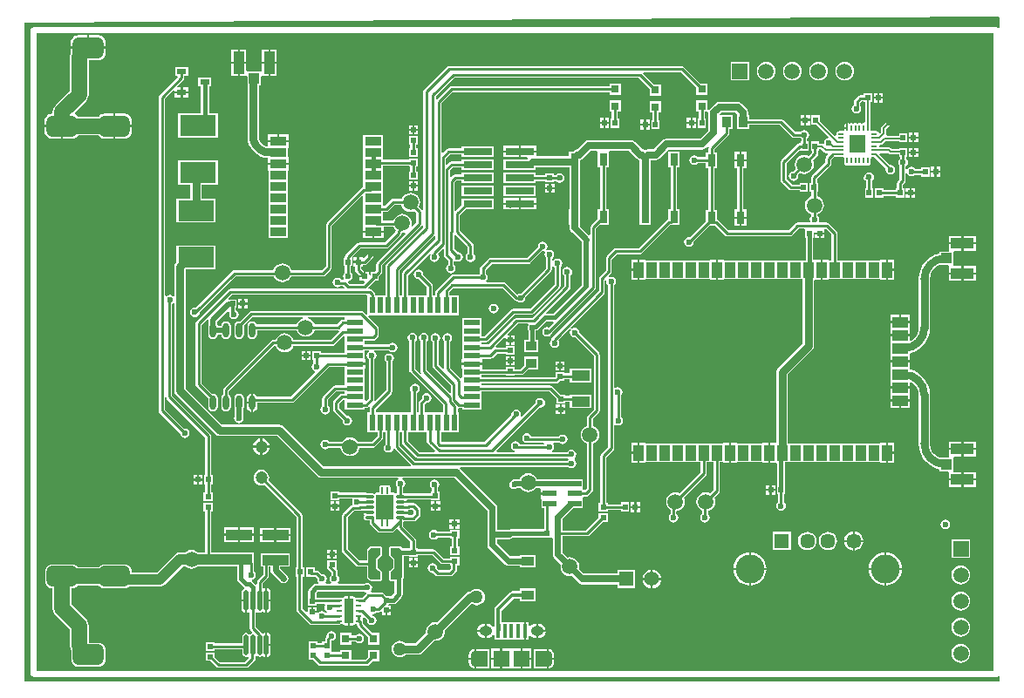
<source format=gtl>
G04*
G04 #@! TF.GenerationSoftware,Altium Limited,Altium Designer,20.0.13 (296)*
G04*
G04 Layer_Physical_Order=1*
G04 Layer_Color=255*
%FSLAX25Y25*%
%MOIN*%
G70*
G01*
G75*
%ADD10C,0.00984*%
%ADD11C,0.01968*%
%ADD12C,0.01575*%
%ADD14C,0.02362*%
%ADD15C,0.00787*%
%ADD71C,0.02953*%
%ADD72C,0.05906*%
%ADD73R,0.01968X0.01968*%
%ADD74R,0.01968X0.01968*%
%ADD75R,0.03937X0.04134*%
%ADD76R,0.04134X0.08661*%
%ADD77R,0.11000X0.02900*%
%ADD78R,0.03543X0.03937*%
%ADD79R,0.01968X0.02362*%
%ADD80R,0.02362X0.01968*%
%ADD81R,0.03740X0.02165*%
%ADD82R,0.02165X0.02165*%
%ADD83R,0.04803X0.03583*%
%ADD84R,0.03898X0.03465*%
%ADD85R,0.07087X0.03937*%
%ADD86R,0.13780X0.07874*%
%ADD87R,0.03150X0.03150*%
%ADD88R,0.03150X0.04724*%
%ADD89R,0.06063X0.06693*%
%ADD90O,0.02559X0.00787*%
%ADD91O,0.00787X0.02559*%
%ADD92R,0.02165X0.06299*%
%ADD93R,0.06299X0.02165*%
%ADD94R,0.04000X0.06000*%
%ADD95R,0.06000X0.04000*%
%ADD96R,0.04134X0.03937*%
%ADD97R,0.08661X0.04134*%
%ADD98R,0.09843X0.03937*%
%ADD99O,0.01772X0.07874*%
%ADD100R,0.05906X0.06102*%
%ADD101R,0.01575X0.05315*%
G04:AMPARAMS|DCode=102|XSize=9.84mil|YSize=19.68mil|CornerRadius=1.97mil|HoleSize=0mil|Usage=FLASHONLY|Rotation=90.000|XOffset=0mil|YOffset=0mil|HoleType=Round|Shape=RoundedRectangle|*
%AMROUNDEDRECTD102*
21,1,0.00984,0.01575,0,0,90.0*
21,1,0.00591,0.01968,0,0,90.0*
1,1,0.00394,0.00787,0.00295*
1,1,0.00394,0.00787,-0.00295*
1,1,0.00394,-0.00787,-0.00295*
1,1,0.00394,-0.00787,0.00295*
%
%ADD102ROUNDEDRECTD102*%
G04:AMPARAMS|DCode=103|XSize=33.07mil|YSize=94.49mil|CornerRadius=1.98mil|HoleSize=0mil|Usage=FLASHONLY|Rotation=0.000|XOffset=0mil|YOffset=0mil|HoleType=Round|Shape=RoundedRectangle|*
%AMROUNDEDRECTD103*
21,1,0.03307,0.09052,0,0,0.0*
21,1,0.02910,0.09449,0,0,0.0*
1,1,0.00397,0.01455,-0.04526*
1,1,0.00397,-0.01455,-0.04526*
1,1,0.00397,-0.01455,0.04526*
1,1,0.00397,0.01455,0.04526*
%
%ADD103ROUNDEDRECTD103*%
G04:AMPARAMS|DCode=104|XSize=11.02mil|YSize=33.47mil|CornerRadius=1.98mil|HoleSize=0mil|Usage=FLASHONLY|Rotation=90.000|XOffset=0mil|YOffset=0mil|HoleType=Round|Shape=RoundedRectangle|*
%AMROUNDEDRECTD104*
21,1,0.01102,0.02950,0,0,90.0*
21,1,0.00706,0.03347,0,0,90.0*
1,1,0.00397,0.01475,0.00353*
1,1,0.00397,0.01475,-0.00353*
1,1,0.00397,-0.01475,-0.00353*
1,1,0.00397,-0.01475,0.00353*
%
%ADD104ROUNDEDRECTD104*%
G04:AMPARAMS|DCode=105|XSize=64.96mil|YSize=94.49mil|CornerRadius=1.95mil|HoleSize=0mil|Usage=FLASHONLY|Rotation=0.000|XOffset=0mil|YOffset=0mil|HoleType=Round|Shape=RoundedRectangle|*
%AMROUNDEDRECTD105*
21,1,0.06496,0.09059,0,0,0.0*
21,1,0.06106,0.09449,0,0,0.0*
1,1,0.00390,0.03053,-0.04530*
1,1,0.00390,-0.03053,-0.04530*
1,1,0.00390,-0.03053,0.04530*
1,1,0.00390,0.03053,0.04530*
%
%ADD105ROUNDEDRECTD105*%
%ADD106R,0.05236X0.02205*%
%ADD107O,0.02362X0.05512*%
%ADD108R,0.06299X0.03543*%
%ADD109C,0.01772*%
%ADD110C,0.02756*%
%ADD111C,0.01378*%
%ADD112C,0.02165*%
%ADD113C,0.03937*%
%ADD114C,0.01181*%
%ADD115C,0.05906*%
%ADD116R,0.04724X0.06102*%
%ADD117R,0.04724X0.06102*%
%ADD118R,0.01102X0.02756*%
%ADD119R,0.05906X0.05906*%
%ADD120R,0.05906X0.05906*%
G04:AMPARAMS|DCode=121|XSize=78.74mil|YSize=118.11mil|CornerRadius=19.68mil|HoleSize=0mil|Usage=FLASHONLY|Rotation=90.000|XOffset=0mil|YOffset=0mil|HoleType=Round|Shape=RoundedRectangle|*
%AMROUNDEDRECTD121*
21,1,0.07874,0.07874,0,0,90.0*
21,1,0.03937,0.11811,0,0,90.0*
1,1,0.03937,0.03937,0.01968*
1,1,0.03937,0.03937,-0.01968*
1,1,0.03937,-0.03937,-0.01968*
1,1,0.03937,-0.03937,0.01968*
%
%ADD121ROUNDEDRECTD121*%
%ADD122R,0.05709X0.05709*%
%ADD123C,0.05709*%
%ADD124C,0.11024*%
%ADD125C,0.04724*%
%ADD126C,0.05512*%
%ADD127R,0.05512X0.05512*%
%ADD128O,0.03543X0.06102*%
%ADD129O,0.04921X0.03740*%
%ADD130C,0.02362*%
%ADD131C,0.05000*%
G36*
X469685Y351417D02*
Y347582D01*
X469625Y347531D01*
X469185Y347360D01*
X468945Y347521D01*
X468504Y347609D01*
X100394D01*
X99953Y347521D01*
X99579Y347271D01*
X99329Y346898D01*
X99242Y346457D01*
Y100394D01*
X99329Y99953D01*
X99579Y99579D01*
X99953Y99329D01*
X100394Y99242D01*
X468504D01*
X468945Y99329D01*
X469185Y99490D01*
X469625Y99319D01*
X469685Y99268D01*
Y97441D01*
X96850D01*
Y349409D01*
X96850D01*
X96850Y349422D01*
X469330Y351769D01*
X469685Y351417D01*
D02*
G37*
G36*
X467352Y101546D02*
X101546D01*
Y345305D01*
X467352D01*
Y101546D01*
D02*
G37*
%LPC*%
G36*
X125236Y344630D02*
X121693D01*
Y340276D01*
X128016D01*
Y341850D01*
X127921Y342570D01*
X127644Y343240D01*
X127202Y343816D01*
X126626Y344258D01*
X125956Y344535D01*
X125236Y344630D01*
D02*
G37*
G36*
X120905D02*
X117362D01*
X116643Y344535D01*
X115972Y344258D01*
X115397Y343816D01*
X114955Y343240D01*
X114677Y342570D01*
X114583Y341850D01*
Y340276D01*
X120905D01*
Y344630D01*
D02*
G37*
G36*
X193307Y339173D02*
X190847D01*
Y334449D01*
X193307D01*
Y339173D01*
D02*
G37*
G36*
X190059D02*
X187598D01*
Y334449D01*
X190059D01*
Y339173D01*
D02*
G37*
G36*
X181693D02*
X179232D01*
Y334449D01*
X181693D01*
Y339173D01*
D02*
G37*
G36*
X178445D02*
X175984D01*
Y334449D01*
X178445D01*
Y339173D01*
D02*
G37*
G36*
X190059Y333661D02*
X187598D01*
Y331100D01*
X187244Y330748D01*
X187098Y330748D01*
X182193D01*
X182047Y330748D01*
X181693Y331100D01*
Y333661D01*
X179232D01*
Y328937D01*
X181547D01*
X181693Y328937D01*
X182047Y328585D01*
Y325354D01*
X182104D01*
Y304921D01*
X182187Y304505D01*
X182149Y304497D01*
X182268Y304099D01*
X182270Y304096D01*
X182293Y304020D01*
X182293Y304020D01*
X182635Y302893D01*
X183436Y301394D01*
X184514Y300081D01*
X185828Y299003D01*
X187327Y298201D01*
X188953Y297708D01*
X189961Y297609D01*
Y295866D01*
X197835D01*
Y298031D01*
X197677D01*
Y301575D01*
X197835D01*
Y303740D01*
X189961D01*
Y302277D01*
X189726Y302071D01*
X189461Y301976D01*
X188443Y302398D01*
X187531Y303098D01*
X186832Y304009D01*
X186399Y305053D01*
Y325354D01*
X187244D01*
Y328585D01*
X187598Y328937D01*
X187744Y328937D01*
X190059D01*
Y333661D01*
D02*
G37*
G36*
X193307D02*
X190847D01*
Y328937D01*
X193307D01*
Y333661D01*
D02*
G37*
G36*
X178445D02*
X175984D01*
Y328937D01*
X178445D01*
Y333661D01*
D02*
G37*
G36*
X373937Y334488D02*
X366772D01*
Y327323D01*
X373937D01*
Y334488D01*
D02*
G37*
G36*
X410354Y334519D02*
X409419Y334396D01*
X408547Y334035D01*
X407799Y333461D01*
X407225Y332712D01*
X406864Y331841D01*
X406741Y330906D01*
X406864Y329970D01*
X407225Y329099D01*
X407799Y328350D01*
X408547Y327776D01*
X409419Y327415D01*
X410354Y327292D01*
X411290Y327415D01*
X412161Y327776D01*
X412910Y328350D01*
X413484Y329099D01*
X413845Y329970D01*
X413968Y330906D01*
X413845Y331841D01*
X413484Y332712D01*
X412910Y333461D01*
X412161Y334035D01*
X411290Y334396D01*
X410354Y334519D01*
D02*
G37*
G36*
X400354D02*
X399419Y334396D01*
X398548Y334035D01*
X397799Y333461D01*
X397225Y332712D01*
X396864Y331841D01*
X396741Y330906D01*
X396864Y329970D01*
X397225Y329099D01*
X397799Y328350D01*
X398548Y327776D01*
X399419Y327415D01*
X400354Y327292D01*
X401290Y327415D01*
X402161Y327776D01*
X402910Y328350D01*
X403484Y329099D01*
X403845Y329970D01*
X403968Y330906D01*
X403845Y331841D01*
X403484Y332712D01*
X402910Y333461D01*
X402161Y334035D01*
X401290Y334396D01*
X400354Y334519D01*
D02*
G37*
G36*
X390354D02*
X389419Y334396D01*
X388547Y334035D01*
X387799Y333461D01*
X387225Y332712D01*
X386864Y331841D01*
X386741Y330906D01*
X386864Y329970D01*
X387225Y329099D01*
X387799Y328350D01*
X388547Y327776D01*
X389419Y327415D01*
X390354Y327292D01*
X391290Y327415D01*
X392161Y327776D01*
X392910Y328350D01*
X393484Y329099D01*
X393845Y329970D01*
X393968Y330906D01*
X393845Y331841D01*
X393484Y332712D01*
X392910Y333461D01*
X392161Y334035D01*
X391290Y334396D01*
X390354Y334519D01*
D02*
G37*
G36*
X380354D02*
X379419Y334396D01*
X378548Y334035D01*
X377799Y333461D01*
X377225Y332712D01*
X376864Y331841D01*
X376741Y330906D01*
X376864Y329970D01*
X377225Y329099D01*
X377799Y328350D01*
X378548Y327776D01*
X379419Y327415D01*
X380354Y327292D01*
X381290Y327415D01*
X382161Y327776D01*
X382909Y328350D01*
X383484Y329099D01*
X383845Y329970D01*
X383968Y330906D01*
X383845Y331841D01*
X383484Y332712D01*
X382909Y333461D01*
X382161Y334035D01*
X381290Y334396D01*
X380354Y334519D01*
D02*
G37*
G36*
X159646Y324587D02*
X157382D01*
Y323110D01*
X159646D01*
Y324587D01*
D02*
G37*
G36*
X348031Y332837D02*
X259055D01*
X258617Y332750D01*
X258246Y332502D01*
X249585Y323840D01*
X249337Y323469D01*
X249250Y323031D01*
Y277967D01*
X248750Y277816D01*
X248644Y277974D01*
X247646Y278971D01*
X247979Y279773D01*
X248102Y280709D01*
X247979Y281644D01*
X247618Y282516D01*
X247043Y283264D01*
X246295Y283838D01*
X245424Y284199D01*
X244488Y284322D01*
X243553Y284199D01*
X242681Y283838D01*
X241933Y283264D01*
X241359Y282516D01*
X241166Y282049D01*
X237795D01*
X237357Y281962D01*
X236986Y281714D01*
X234565Y279294D01*
X233898D01*
Y284409D01*
Y288740D01*
Y293071D01*
Y294722D01*
X243858D01*
Y294252D01*
X244328D01*
Y292559D01*
X243858D01*
Y289331D01*
X247087D01*
Y292559D01*
X246617D01*
Y294252D01*
X247087D01*
Y297480D01*
X243858D01*
Y297010D01*
X233898D01*
Y301732D01*
Y306535D01*
X226339D01*
Y301732D01*
Y297402D01*
Y293071D01*
Y288740D01*
Y286611D01*
X226223Y286588D01*
X225852Y286340D01*
X212380Y272868D01*
X212132Y272497D01*
X212045Y272059D01*
Y256183D01*
X210550Y254687D01*
X198958D01*
X198602Y255547D01*
X198028Y256295D01*
X197279Y256870D01*
X196408Y257231D01*
X195472Y257354D01*
X194537Y257231D01*
X193666Y256870D01*
X192917Y256295D01*
X192343Y255547D01*
X191987Y254687D01*
X177165D01*
X176728Y254600D01*
X176356Y254352D01*
X162363Y240359D01*
X162008Y240429D01*
X161301Y240289D01*
X160702Y239888D01*
X160302Y239289D01*
X160161Y238583D01*
X160302Y237876D01*
X160702Y237277D01*
X161301Y236877D01*
X162008Y236736D01*
X162715Y236877D01*
X163313Y237277D01*
X163714Y237876D01*
X163854Y238583D01*
X163849Y238609D01*
X177639Y252399D01*
X192150D01*
X192343Y251933D01*
X192917Y251185D01*
X193666Y250611D01*
X194537Y250250D01*
X195472Y250127D01*
X196408Y250250D01*
X197279Y250611D01*
X198028Y251185D01*
X198602Y251933D01*
X198795Y252399D01*
X211024D01*
X211461Y252486D01*
X211833Y252734D01*
X213998Y254900D01*
X214246Y255271D01*
X214333Y255709D01*
Y271585D01*
X225877Y283129D01*
X226339Y282938D01*
Y280079D01*
Y275748D01*
Y272047D01*
X226181D01*
Y269882D01*
X234055D01*
Y271395D01*
X237975D01*
X238209Y270831D01*
X238712Y270176D01*
X238707Y270169D01*
X238620Y269731D01*
Y269372D01*
X234565Y265317D01*
X224803D01*
X224365Y265230D01*
X223994Y264982D01*
X219664Y260651D01*
X219415Y260280D01*
X219328Y259842D01*
Y259488D01*
X218858D01*
Y256260D01*
X219328D01*
Y253776D01*
X219167Y253668D01*
X218766Y253069D01*
X218626Y252362D01*
X218766Y251656D01*
X218950Y251380D01*
X218683Y250880D01*
X218125D01*
X217841Y251306D01*
X217242Y251706D01*
X216535Y251847D01*
X215829Y251706D01*
X215230Y251306D01*
X214829Y250707D01*
X214689Y250000D01*
X214829Y249293D01*
X215230Y248694D01*
X215829Y248294D01*
X216535Y248153D01*
X217242Y248294D01*
X217688Y248592D01*
X218687D01*
X219179Y248101D01*
X218972Y247601D01*
X175591D01*
X175153Y247514D01*
X174782Y247266D01*
X162577Y235061D01*
X162329Y234690D01*
X162242Y234252D01*
Y211102D01*
X162329Y210665D01*
X162577Y210293D01*
X167069Y205801D01*
X167031Y205610D01*
Y202461D01*
X167172Y201754D01*
X167572Y201155D01*
X168171Y200755D01*
X168878Y200614D01*
X169585Y200755D01*
X170184Y201155D01*
X170584Y201754D01*
X170724Y202461D01*
Y205610D01*
X170584Y206317D01*
X170184Y206916D01*
X169585Y207316D01*
X168878Y207457D01*
X168687Y207419D01*
X164530Y211576D01*
Y233778D01*
X166812Y236060D01*
X167273Y235814D01*
X167232Y235610D01*
Y234163D01*
X167172Y234073D01*
X167031Y233366D01*
Y230217D01*
X167172Y229510D01*
X167572Y228911D01*
X168171Y228511D01*
X168878Y228370D01*
X169585Y228511D01*
X170184Y228911D01*
X170584Y229510D01*
X170710Y230146D01*
X172046D01*
X172172Y229510D01*
X172572Y228911D01*
X173171Y228511D01*
X173878Y228370D01*
X174585Y228511D01*
X175184Y228911D01*
X175584Y229510D01*
X175724Y230217D01*
Y233366D01*
X175584Y234073D01*
X175184Y234672D01*
X174585Y235072D01*
X173878Y235213D01*
X173171Y235072D01*
X172572Y234672D01*
X172172Y234073D01*
X172046Y233437D01*
X170710D01*
X170584Y234073D01*
X170524Y234163D01*
Y234928D01*
X174672Y239076D01*
X175134Y238885D01*
Y238759D01*
X175224Y238306D01*
X175122Y237795D01*
X175263Y237089D01*
X175663Y236490D01*
X176262Y236089D01*
X176969Y235949D01*
X177675Y236089D01*
X178274Y236490D01*
X178674Y237089D01*
X178815Y237795D01*
X178674Y238502D01*
X178274Y239101D01*
X177675Y239501D01*
X177622Y239512D01*
Y240315D01*
X177992D01*
Y241770D01*
X178024Y241929D01*
X177992Y242088D01*
Y243543D01*
X176537D01*
X176378Y243575D01*
X176219Y243543D01*
X175002D01*
X174795Y244043D01*
X176064Y245313D01*
X227625D01*
X228012Y245039D01*
Y237888D01*
X227512Y237681D01*
X226392Y238801D01*
X226021Y239049D01*
X225583Y239136D01*
X183504D01*
X183066Y239049D01*
X182695Y238801D01*
X179069Y235175D01*
X178878Y235213D01*
X178171Y235072D01*
X177572Y234672D01*
X177172Y234073D01*
X177031Y233366D01*
Y230217D01*
X177172Y229510D01*
X177572Y228911D01*
X178171Y228511D01*
X178878Y228370D01*
X179585Y228511D01*
X180184Y228911D01*
X180584Y229510D01*
X180725Y230217D01*
Y233366D01*
X180686Y233557D01*
X183978Y236848D01*
X203309D01*
X203395Y236365D01*
X202524Y236003D01*
X201776Y235429D01*
X201201Y234681D01*
X200927Y234018D01*
X185595D01*
X185584Y234073D01*
X185184Y234672D01*
X184585Y235072D01*
X183878Y235213D01*
X183171Y235072D01*
X182572Y234672D01*
X182172Y234073D01*
X182031Y233366D01*
Y230217D01*
X182172Y229510D01*
X182572Y228911D01*
X183171Y228511D01*
X183878Y228370D01*
X184585Y228511D01*
X185184Y228911D01*
X185584Y229510D01*
X185724Y230217D01*
Y231730D01*
X200927D01*
X201201Y231067D01*
X201776Y230319D01*
X202524Y229745D01*
X203396Y229384D01*
X204331Y229260D01*
X205266Y229384D01*
X206137Y229745D01*
X206886Y230319D01*
X207460Y231067D01*
X207735Y231730D01*
X216713D01*
X216830Y231753D01*
X217076Y231293D01*
X213896Y228113D01*
X199664D01*
X199389Y228775D01*
X198815Y229524D01*
X198067Y230098D01*
X197195Y230459D01*
X196260Y230582D01*
X195325Y230459D01*
X194453Y230098D01*
X193705Y229524D01*
X193130Y228775D01*
X192856Y228113D01*
X191929D01*
X191491Y228025D01*
X191120Y227777D01*
X173069Y209726D01*
X172821Y209355D01*
X172734Y208917D01*
Y207024D01*
X172572Y206916D01*
X172172Y206317D01*
X172031Y205610D01*
Y202461D01*
X172172Y201754D01*
X172572Y201155D01*
X173171Y200755D01*
X173878Y200614D01*
X174585Y200755D01*
X175184Y201155D01*
X175584Y201754D01*
X175724Y202461D01*
Y205610D01*
X175584Y206317D01*
X175184Y206916D01*
X175022Y207024D01*
Y208443D01*
X192394Y225815D01*
X192879Y225768D01*
X193130Y225162D01*
X193705Y224413D01*
X194453Y223839D01*
X195325Y223478D01*
X196260Y223355D01*
X197195Y223478D01*
X198067Y223839D01*
X198815Y224413D01*
X199389Y225162D01*
X199664Y225824D01*
X214370D01*
X214808Y225912D01*
X215179Y226160D01*
X218831Y229811D01*
X218908Y229807D01*
X219331Y229631D01*
Y226634D01*
Y223191D01*
X210079D01*
Y223661D01*
X206850D01*
Y220433D01*
X207321D01*
Y219130D01*
X207159Y219022D01*
X206759Y218423D01*
X206618Y217717D01*
X206759Y217010D01*
X207159Y216411D01*
X207718Y216038D01*
X207796Y215928D01*
X207917Y215529D01*
X198649Y206262D01*
X185755D01*
X185732Y206378D01*
X185297Y207029D01*
X184646Y207465D01*
X184272Y207539D01*
Y204035D01*
Y200532D01*
X184646Y200606D01*
X185297Y201041D01*
X185732Y201693D01*
X185885Y202461D01*
Y203974D01*
X199123D01*
X199561Y204061D01*
X199932Y204309D01*
X213377Y217754D01*
X219173D01*
Y217028D01*
X219331D01*
Y214035D01*
Y210593D01*
X215551D01*
X215113Y210506D01*
X214742Y210258D01*
X211002Y206518D01*
X210754Y206147D01*
X210667Y205709D01*
Y202792D01*
X210505Y202684D01*
X210105Y202085D01*
X209964Y201378D01*
X210105Y200671D01*
X210505Y200072D01*
X211104Y199672D01*
X211811Y199531D01*
X212518Y199672D01*
X213117Y200072D01*
X213517Y200671D01*
X213657Y201378D01*
X213517Y202085D01*
X213117Y202684D01*
X212955Y202792D01*
Y205235D01*
X216025Y208305D01*
X219331D01*
Y207443D01*
X218110D01*
X217672Y207356D01*
X217301Y207108D01*
X215136Y204943D01*
X214888Y204572D01*
X214801Y204134D01*
Y201575D01*
X214888Y201137D01*
X215136Y200766D01*
X218467Y197435D01*
X218429Y197244D01*
X218570Y196537D01*
X218970Y195938D01*
X219569Y195538D01*
X220276Y195398D01*
X220982Y195538D01*
X221581Y195938D01*
X221982Y196537D01*
X222122Y197244D01*
X221982Y197951D01*
X221581Y198550D01*
X220982Y198950D01*
X220276Y199091D01*
X220085Y199053D01*
X217089Y202049D01*
Y203660D01*
X218584Y205155D01*
X219331D01*
Y201437D01*
X226890D01*
Y202006D01*
X227362D01*
X227800Y202093D01*
X228171Y202341D01*
X228432Y202602D01*
X228541Y202553D01*
X228845Y202307D01*
X228777Y201969D01*
Y200315D01*
X228012D01*
Y192756D01*
X231730D01*
Y191222D01*
X229644Y189136D01*
X224294D01*
X223815Y189760D01*
X223067Y190334D01*
X222195Y190695D01*
X221260Y190818D01*
X220325Y190695D01*
X219453Y190334D01*
X218705Y189760D01*
X218226Y189136D01*
X213225D01*
X213117Y189298D01*
X212518Y189698D01*
X211811Y189839D01*
X211104Y189698D01*
X210505Y189298D01*
X210105Y188699D01*
X209964Y187992D01*
X210105Y187285D01*
X210505Y186687D01*
X211104Y186286D01*
X211811Y186146D01*
X212518Y186286D01*
X213117Y186687D01*
X213225Y186848D01*
X217693D01*
X217769Y186269D01*
X218130Y185398D01*
X218705Y184650D01*
X219453Y184075D01*
X220325Y183714D01*
X221260Y183591D01*
X222195Y183714D01*
X223067Y184075D01*
X223815Y184650D01*
X224389Y185398D01*
X224750Y186269D01*
X224827Y186848D01*
X230118D01*
X230556Y186935D01*
X230927Y187183D01*
X233683Y189939D01*
X233931Y190310D01*
X234018Y190748D01*
Y192756D01*
X234880D01*
Y188225D01*
X234718Y188117D01*
X234318Y187518D01*
X234177Y186811D01*
X234318Y186104D01*
X234718Y185505D01*
X235317Y185105D01*
X236024Y184965D01*
X236730Y185105D01*
X237329Y185505D01*
X237730Y186104D01*
X237782Y186367D01*
X238313Y186473D01*
X238364Y186396D01*
X244553Y180207D01*
X244346Y179707D01*
X211126D01*
X195810Y195022D01*
X195113Y195488D01*
X194291Y195651D01*
X172346D01*
X158447Y209551D01*
Y255079D01*
X169921D01*
Y264213D01*
X154882D01*
Y257821D01*
X154781Y257719D01*
X154315Y257023D01*
X154152Y256201D01*
Y244986D01*
X153750Y244839D01*
X153652Y244820D01*
X153069Y245210D01*
X152362Y245350D01*
X151656Y245210D01*
X151057Y244810D01*
X151054Y244805D01*
X150554Y244957D01*
Y320412D01*
X153869Y323727D01*
X154331Y323536D01*
Y323110D01*
X156595D01*
Y324587D01*
X155381D01*
X155190Y325048D01*
X157600Y327459D01*
X157848Y327830D01*
X157935Y328268D01*
Y329114D01*
X159488D01*
Y332539D01*
X154488D01*
Y329114D01*
X155340D01*
X155520Y328614D01*
X148600Y321695D01*
X148353Y321324D01*
X148265Y320886D01*
Y200984D01*
X148353Y200547D01*
X148600Y200175D01*
X156262Y192514D01*
X156224Y192323D01*
X156365Y191616D01*
X156765Y191017D01*
X157364Y190617D01*
X158071Y190476D01*
X158777Y190617D01*
X159377Y191017D01*
X159777Y191616D01*
X159917Y192323D01*
X159777Y193029D01*
X159377Y193629D01*
X158777Y194029D01*
X158071Y194169D01*
X157880Y194131D01*
X150554Y201458D01*
Y206039D01*
X151054Y206088D01*
X151108Y205812D01*
X151356Y205441D01*
X165982Y190815D01*
Y176417D01*
X165512D01*
Y172795D01*
X165982D01*
Y169724D01*
X165315D01*
Y166496D01*
X168937D01*
Y169724D01*
X168270D01*
Y172795D01*
X168740D01*
Y176417D01*
X168270D01*
Y191289D01*
X168183Y191727D01*
X167935Y192098D01*
X153309Y206724D01*
Y241860D01*
X153712Y242168D01*
X154152Y241998D01*
Y208661D01*
X154315Y207840D01*
X154781Y207143D01*
X169938Y191985D01*
X170635Y191520D01*
X171457Y191356D01*
X193402D01*
X208718Y176040D01*
X209414Y175575D01*
X210236Y175411D01*
X239518D01*
X239815Y174948D01*
X239810Y174911D01*
X239246Y174534D01*
X238845Y173935D01*
X238705Y173228D01*
X238845Y172522D01*
X239246Y171923D01*
X239358Y171848D01*
Y169308D01*
X238978D01*
X238655Y169243D01*
X238561Y169181D01*
X238407Y169411D01*
X238082Y169628D01*
X237699Y169704D01*
X236823D01*
Y171653D01*
X236774Y171899D01*
X236635Y172108D01*
X236427Y172247D01*
X236181Y172296D01*
X235079D01*
X234833Y172247D01*
X234646Y172122D01*
X234458Y172247D01*
X234213Y172296D01*
X233110D01*
X232864Y172247D01*
X232656Y172108D01*
X232517Y171899D01*
X232468Y171653D01*
Y169704D01*
X231592D01*
X231209Y169628D01*
X230884Y169411D01*
X230730Y169181D01*
X230637Y169243D01*
X230313Y169308D01*
X228137D01*
X228132Y169313D01*
X227761Y169561D01*
X227323Y169648D01*
X217165D01*
Y170118D01*
X213937D01*
Y166890D01*
X217165D01*
Y167360D01*
X222121D01*
X222357Y166919D01*
X222310Y166848D01*
X222169Y166142D01*
X222306Y165454D01*
X222308Y165432D01*
X222068Y164897D01*
X222062Y164895D01*
X221691Y164647D01*
X218482Y161439D01*
X218234Y161068D01*
X218147Y160630D01*
Y147638D01*
X218234Y147200D01*
X218482Y146829D01*
X223601Y141711D01*
X223972Y141463D01*
X224410Y141376D01*
X227704D01*
Y137520D01*
X227753Y137274D01*
X227892Y137065D01*
X228896Y136062D01*
X228896Y136062D01*
X229105Y135922D01*
X229350Y135873D01*
X232835D01*
X233080Y135922D01*
X233289Y136062D01*
X233428Y136270D01*
X233477Y136516D01*
Y139272D01*
X233471Y139301D01*
X233474Y139331D01*
X233447Y139423D01*
X233428Y139517D01*
X233411Y139543D01*
X233402Y139572D01*
X233342Y139646D01*
X233289Y139726D01*
X233264Y139743D01*
X233244Y139766D01*
X231981Y140814D01*
Y144226D01*
X233244Y145273D01*
X233264Y145297D01*
X233289Y145314D01*
X233342Y145393D01*
X233402Y145468D01*
X233411Y145497D01*
X233428Y145522D01*
X233447Y145616D01*
X233474Y145708D01*
X233471Y145738D01*
X233477Y145768D01*
Y148524D01*
X233428Y148769D01*
X233289Y148978D01*
X233080Y149117D01*
X232835Y149166D01*
X229350D01*
X229105Y149117D01*
X228896Y148978D01*
X227892Y147974D01*
X227753Y147766D01*
X227704Y147520D01*
X227704Y147520D01*
Y143664D01*
X224884D01*
X220435Y148112D01*
Y160156D01*
X222974Y162695D01*
X224970D01*
X225408Y162782D01*
X225778Y163029D01*
X225943D01*
X226323Y162598D01*
X228839D01*
Y161811D01*
X226367D01*
X226435Y161467D01*
X226653Y161141D01*
X226711Y161103D01*
X226584Y160912D01*
X226519Y160589D01*
Y159883D01*
X226584Y159560D01*
X226767Y159286D01*
X227041Y159103D01*
X227364Y159039D01*
X228864D01*
Y158209D01*
X228951Y157771D01*
X229199Y157400D01*
X231837Y154762D01*
X232208Y154514D01*
X232646Y154427D01*
X237165D01*
X237603Y154514D01*
X237974Y154762D01*
X238966Y155754D01*
X239590Y155670D01*
X239644Y155589D01*
X244328Y150904D01*
Y148465D01*
X243858D01*
Y148396D01*
X241371D01*
X240789Y148978D01*
X240580Y149117D01*
X240335Y149166D01*
X240335Y149166D01*
X236850D01*
X236605Y149117D01*
X236396Y148978D01*
X236257Y148769D01*
X236208Y148524D01*
Y145768D01*
X236214Y145738D01*
X236211Y145708D01*
X236238Y145616D01*
X236257Y145522D01*
X236274Y145497D01*
X236282Y145468D01*
X236343Y145393D01*
X236396Y145314D01*
X236421Y145297D01*
X236440Y145273D01*
X237704Y144226D01*
Y140814D01*
X236440Y139766D01*
X236421Y139743D01*
X236396Y139726D01*
X236343Y139646D01*
X236282Y139572D01*
X236274Y139543D01*
X236257Y139517D01*
X236238Y139423D01*
X236211Y139331D01*
X236214Y139301D01*
X236208Y139272D01*
Y136516D01*
X236257Y136270D01*
X236396Y136062D01*
X236605Y135922D01*
X236850Y135873D01*
X238297D01*
Y131231D01*
X237313Y130247D01*
X236850Y130157D01*
X236850Y130157D01*
X236850Y130157D01*
X235240D01*
X234274Y131124D01*
X233902Y131372D01*
X233465Y131459D01*
X229405D01*
X229254Y131959D01*
X229258Y131962D01*
X229659Y132561D01*
X229799Y133268D01*
X229659Y133974D01*
X229258Y134573D01*
X228659Y134974D01*
X227953Y135114D01*
X227246Y134974D01*
X227006Y134813D01*
X216819D01*
X216660Y135309D01*
X217060Y135907D01*
X217201Y136614D01*
X217060Y137321D01*
X216660Y137920D01*
X216498Y138028D01*
Y139567D01*
X216411Y140005D01*
X216366Y140073D01*
X216181Y140512D01*
X216181Y140512D01*
X216181Y140512D01*
Y143740D01*
X212559D01*
Y141826D01*
X212526Y141776D01*
X212439Y141339D01*
X212526Y140901D01*
X212559Y140851D01*
Y140512D01*
X212792D01*
X214210Y139093D01*
Y138028D01*
X214049Y137920D01*
X213648Y137321D01*
X213508Y136614D01*
X213648Y135907D01*
X214049Y135309D01*
X213890Y134813D01*
X212094D01*
X211936Y135309D01*
X212336Y135907D01*
X212476Y136614D01*
X212336Y137321D01*
X211936Y137920D01*
X211336Y138320D01*
X210630Y138461D01*
X210439Y138423D01*
X209372Y139490D01*
X209001Y139738D01*
X208563Y139825D01*
X207716D01*
Y141181D01*
X204488D01*
Y137559D01*
X206484D01*
X206594Y137537D01*
X208089D01*
X208821Y136805D01*
X208783Y136614D01*
X208924Y135907D01*
X209324Y135309D01*
X209166Y134813D01*
X208274D01*
X207682Y134695D01*
X207181Y134361D01*
X205797Y132977D01*
X205462Y132475D01*
X205344Y131884D01*
Y129567D01*
X205276D01*
Y126339D01*
X208504D01*
Y127202D01*
X211552D01*
X211819Y126702D01*
X211680Y126494D01*
X211539Y125787D01*
X211680Y125081D01*
X212080Y124482D01*
X212679Y124082D01*
X212612Y123585D01*
X212044D01*
X211936Y123747D01*
X211336Y124147D01*
X210630Y124287D01*
X209923Y124147D01*
X209324Y123747D01*
X209161Y123503D01*
X208769Y123622D01*
X206890D01*
Y124016D01*
X206496D01*
Y125787D01*
X205118D01*
Y123925D01*
X204656Y123733D01*
X203113Y125277D01*
Y133858D01*
Y137559D01*
X203780D01*
Y141181D01*
X203113D01*
Y160827D01*
X203025Y161265D01*
X202777Y161636D01*
X190165Y174248D01*
X190317Y174613D01*
X190419Y175394D01*
X190317Y176175D01*
X190015Y176903D01*
X189536Y177528D01*
X188910Y178007D01*
X188183Y178309D01*
X187402Y178412D01*
X186620Y178309D01*
X185893Y178007D01*
X185268Y177528D01*
X184788Y176903D01*
X184486Y176175D01*
X184384Y175394D01*
X184486Y174613D01*
X184788Y173885D01*
X185268Y173260D01*
X185893Y172780D01*
X186620Y172479D01*
X187402Y172376D01*
X188183Y172479D01*
X188548Y172630D01*
X200824Y160353D01*
Y141181D01*
X200551D01*
Y137559D01*
X200824D01*
Y133858D01*
Y124803D01*
X200912Y124365D01*
X201160Y123994D01*
X205825Y119329D01*
X206196Y119081D01*
X206634Y118994D01*
X216791D01*
X217229Y119081D01*
X217600Y119329D01*
X217606Y119334D01*
X217913D01*
X218236Y119398D01*
X218303Y119443D01*
X218482Y119499D01*
X218700Y119173D01*
X219026Y118955D01*
X219411Y118878D01*
X220472D01*
Y124409D01*
Y129941D01*
X219411D01*
X219026Y129864D01*
X218700Y129646D01*
X218482Y129320D01*
X218303Y129376D01*
X218236Y129420D01*
X217913Y129485D01*
X217155D01*
X217126Y129490D01*
X208504D01*
Y129567D01*
X208435D01*
Y131244D01*
X208914Y131722D01*
X227006D01*
X227246Y131562D01*
X227282Y131555D01*
X227362Y131420D01*
X227429Y131016D01*
X225904Y129490D01*
X224606D01*
X224577Y129485D01*
X223819D01*
X223496Y129420D01*
X223429Y129376D01*
X223250Y129320D01*
X223032Y129646D01*
X222706Y129864D01*
X222321Y129941D01*
X221260D01*
Y124409D01*
Y118878D01*
X222321D01*
X222706Y118955D01*
X223032Y119173D01*
X223250Y119499D01*
X223429Y119443D01*
X223496Y119398D01*
X223819Y119334D01*
X223954D01*
Y118996D01*
X224042Y118558D01*
X224289Y118187D01*
X228110Y114366D01*
Y111575D01*
X232520D01*
Y115984D01*
X229728D01*
X226242Y119470D01*
Y120472D01*
X226237Y120501D01*
Y120768D01*
X226172Y121090D01*
X226036Y121434D01*
X226239Y121901D01*
X226727Y122049D01*
X227760Y121016D01*
X227730Y120866D01*
X227871Y120159D01*
X228271Y119561D01*
X228870Y119160D01*
X229577Y119020D01*
X230283Y119160D01*
X230882Y119561D01*
X231283Y120159D01*
X231423Y120866D01*
X231283Y121573D01*
X230882Y122172D01*
X230283Y122572D01*
X229618Y122705D01*
X229583Y122750D01*
X229776Y123112D01*
X229883Y123200D01*
X230118Y123153D01*
X230825Y123294D01*
X231424Y123694D01*
X231532Y123856D01*
X232075D01*
X232512Y123943D01*
X232884Y124191D01*
X233003Y124310D01*
X233465Y124119D01*
Y122835D01*
X234842D01*
Y124606D01*
X235236D01*
Y125000D01*
X237008D01*
Y126378D01*
X236250D01*
X235952Y126863D01*
X236064Y126929D01*
X236850D01*
Y126998D01*
X237795D01*
X238387Y127115D01*
X238888Y127451D01*
X240935Y129498D01*
X241270Y129999D01*
X241388Y130590D01*
Y136661D01*
X241793Y137065D01*
X241932Y137274D01*
X241981Y137520D01*
X241981Y137520D01*
Y145305D01*
X243858D01*
Y145236D01*
X247087D01*
Y145706D01*
X252676D01*
X255755Y142627D01*
X256126Y142379D01*
X256564Y142292D01*
X259409D01*
Y141822D01*
X259880D01*
Y140631D01*
X259172Y139924D01*
X255198D01*
X254564Y140557D01*
X254602Y140748D01*
X254462Y141455D01*
X254062Y142054D01*
X253463Y142454D01*
X252756Y142595D01*
X252049Y142454D01*
X251450Y142054D01*
X251050Y141455D01*
X250909Y140748D01*
X251050Y140041D01*
X251450Y139442D01*
X252049Y139042D01*
X252756Y138901D01*
X252947Y138939D01*
X253916Y137971D01*
X254287Y137723D01*
X254724Y137636D01*
X259646D01*
X260084Y137723D01*
X260455Y137971D01*
X261833Y139348D01*
X262081Y139720D01*
X262168Y140157D01*
Y141822D01*
X263032D01*
Y145050D01*
X259409D01*
Y144580D01*
X257038D01*
X253959Y147659D01*
X253587Y147907D01*
X253150Y147994D01*
X247087D01*
Y148465D01*
X246616D01*
Y151378D01*
X246529Y151816D01*
X246281Y152187D01*
X241597Y156871D01*
Y158501D01*
X241910Y158758D01*
X245639D01*
X246077Y158845D01*
X246448Y159093D01*
X247797Y160442D01*
X248045Y160813D01*
X248132Y161251D01*
Y163159D01*
X248045Y163596D01*
X247797Y163968D01*
X246448Y165317D01*
X246077Y165565D01*
X245639Y165652D01*
X243731D01*
X243402Y165586D01*
X243225Y165663D01*
X243110Y165748D01*
X240453D01*
Y166535D01*
X242934D01*
X243314Y167025D01*
X252323D01*
Y166890D01*
X255551D01*
Y170118D01*
X254884D01*
Y171582D01*
X255249Y172128D01*
X255390Y172835D01*
X255249Y173541D01*
X254849Y174140D01*
X254250Y174541D01*
X253543Y174681D01*
X252837Y174541D01*
X252238Y174140D01*
X251837Y173541D01*
X251697Y172835D01*
X251837Y172128D01*
X252238Y171529D01*
X252596Y171289D01*
Y170118D01*
X252323D01*
Y169313D01*
X241646D01*
Y171782D01*
X241857Y171923D01*
X242257Y172522D01*
X242398Y173228D01*
X242257Y173935D01*
X241857Y174534D01*
X241292Y174911D01*
X241287Y174948D01*
X241584Y175411D01*
X261063D01*
X273744Y162731D01*
Y153543D01*
Y149606D01*
X273885Y148900D01*
X274285Y148301D01*
X280446Y142139D01*
X281045Y141739D01*
X281752Y141598D01*
X286142D01*
Y141024D01*
X292205D01*
Y145866D01*
X286142D01*
Y145291D01*
X282517D01*
X277437Y150371D01*
Y151835D01*
X282165D01*
X282872Y151975D01*
X283471Y152375D01*
X283577Y152534D01*
X295039D01*
Y152268D01*
X298244D01*
X298268Y152268D01*
X298744Y152211D01*
Y146063D01*
X298885Y145356D01*
X299285Y144757D01*
X301818Y142224D01*
X301701Y141339D01*
X301824Y140403D01*
X302186Y139532D01*
X302760Y138783D01*
X303508Y138209D01*
X304380Y137848D01*
X305315Y137725D01*
X306201Y137842D01*
X308132Y135910D01*
X308148Y135831D01*
X308592Y135167D01*
X309256Y134723D01*
X310039Y134567D01*
X323386D01*
Y133228D01*
X330157D01*
Y140000D01*
X323386D01*
Y138661D01*
X310603D01*
X308812Y140453D01*
X308928Y141339D01*
X308805Y142274D01*
X308444Y143145D01*
X307870Y143894D01*
X307122Y144468D01*
X306250Y144829D01*
X305315Y144952D01*
X304429Y144836D01*
X302437Y146828D01*
Y152935D01*
X311953D01*
X312391Y153022D01*
X312762Y153270D01*
X317917Y158425D01*
X319921D01*
Y161653D01*
X316299D01*
Y160043D01*
X311479Y155223D01*
X302437D01*
Y159649D01*
X306607Y163819D01*
X310335D01*
X310335Y167421D01*
X310335Y167794D01*
X310688Y168147D01*
X311417D01*
X311855Y168234D01*
X312226Y168482D01*
X313801Y170057D01*
X314049Y170428D01*
X314136Y170866D01*
Y188328D01*
X314799Y188603D01*
X315547Y189177D01*
X316122Y189926D01*
X316483Y190797D01*
X316606Y191732D01*
X316483Y192667D01*
X316122Y193539D01*
X315547Y194288D01*
X314799Y194862D01*
X314136Y195136D01*
Y197951D01*
X316360Y200175D01*
X316608Y200547D01*
X316695Y200984D01*
Y222441D01*
X316608Y222879D01*
X316360Y223250D01*
X308895Y230715D01*
X308933Y230906D01*
X308792Y231612D01*
X308392Y232211D01*
X307793Y232611D01*
X307087Y232752D01*
X306380Y232611D01*
X305826Y232242D01*
X305508Y232630D01*
X318329Y245451D01*
X318577Y245822D01*
X318664Y246260D01*
Y250964D01*
X318847Y251101D01*
X319300Y250814D01*
X319216Y250394D01*
X319357Y249687D01*
X319757Y249088D01*
X319919Y248980D01*
Y187088D01*
X317301Y184470D01*
X317053Y184099D01*
X316966Y183661D01*
Y165591D01*
X316299D01*
Y162362D01*
X319921D01*
Y162931D01*
X324764D01*
Y162362D01*
X327992D01*
Y165984D01*
X324764D01*
Y165219D01*
X319921D01*
Y165591D01*
X319254D01*
Y183188D01*
X321872Y185805D01*
X322120Y186176D01*
X322207Y186614D01*
Y195565D01*
X322707Y195809D01*
X323112Y195538D01*
X323819Y195398D01*
X324525Y195538D01*
X325125Y195938D01*
X325525Y196537D01*
X325665Y197244D01*
X325525Y197951D01*
X325125Y198550D01*
X324963Y198658D01*
Y206818D01*
X325328Y207364D01*
X325469Y208071D01*
X325328Y208777D01*
X324928Y209377D01*
X324329Y209777D01*
X323622Y209917D01*
X322915Y209777D01*
X322707Y209638D01*
X322207Y209905D01*
Y248980D01*
X322369Y249088D01*
X322769Y249687D01*
X322909Y250394D01*
X322769Y251100D01*
X322369Y251699D01*
X321770Y252100D01*
X321063Y252240D01*
X320356Y252100D01*
X320077Y252515D01*
X321022Y253459D01*
X321270Y253830D01*
X321357Y254268D01*
Y258912D01*
X323308Y260864D01*
X332063D01*
X332501Y260951D01*
X332872Y261199D01*
X343683Y272009D01*
X343996D01*
X344107Y272031D01*
X347284D01*
Y278016D01*
X346223D01*
Y294032D01*
X347284D01*
Y300016D01*
X342874D01*
Y294032D01*
X343935D01*
Y278016D01*
X342874D01*
Y274231D01*
X342771Y274211D01*
X342400Y273962D01*
X331589Y263152D01*
X322835D01*
X322397Y263065D01*
X322026Y262817D01*
X319404Y260195D01*
X319156Y259824D01*
X319069Y259386D01*
Y254742D01*
X316711Y252384D01*
X316463Y252013D01*
X316376Y251575D01*
Y246734D01*
X298601Y228959D01*
X298353Y228587D01*
X298274Y228191D01*
X298104Y228077D01*
X297704Y227478D01*
X297563Y226772D01*
X297704Y226065D01*
X298104Y225466D01*
X298703Y225066D01*
X299410Y224925D01*
X300116Y225066D01*
X300715Y225466D01*
X301115Y226065D01*
X301256Y226772D01*
X301115Y227478D01*
X300811Y227934D01*
X305362Y232485D01*
X305751Y232166D01*
X305381Y231612D01*
X305240Y230906D01*
X305381Y230199D01*
X305781Y229600D01*
X306380Y229200D01*
X307087Y229059D01*
X307277Y229097D01*
X314407Y221967D01*
Y201458D01*
X312183Y199234D01*
X311935Y198863D01*
X311848Y198425D01*
Y195136D01*
X311185Y194862D01*
X310437Y194288D01*
X309863Y193539D01*
X309502Y192667D01*
X309379Y191732D01*
X309502Y190797D01*
X309863Y189926D01*
X310437Y189177D01*
X311185Y188603D01*
X311848Y188328D01*
Y171340D01*
X311117Y170608D01*
X310515D01*
X310335Y170789D01*
X310335Y171161D01*
X310335Y171524D01*
Y174764D01*
X307156D01*
X307087Y174778D01*
X292688D01*
X292499Y175232D01*
X291925Y175980D01*
X291177Y176555D01*
X290305Y176916D01*
X289370Y177039D01*
X288435Y176916D01*
X287563Y176555D01*
X286815Y175980D01*
X286241Y175232D01*
X286052Y174778D01*
X284252D01*
X283584Y174645D01*
X283462Y174563D01*
X283348Y174541D01*
X282749Y174140D01*
X282349Y173541D01*
X282209Y172835D01*
X282349Y172128D01*
X282749Y171529D01*
X283348Y171129D01*
X284055Y170988D01*
X284762Y171129D01*
X284996Y171285D01*
X286496D01*
X286815Y170870D01*
X287563Y170296D01*
X288435Y169935D01*
X289370Y169812D01*
X290305Y169935D01*
X291177Y170296D01*
X291925Y170870D01*
X292244Y171285D01*
X293776D01*
X294232Y171181D01*
X294232Y170785D01*
Y169685D01*
X297638D01*
Y168898D01*
X294232D01*
X294232Y167402D01*
X294390Y166967D01*
Y163819D01*
X295510D01*
Y155890D01*
X295039D01*
Y155624D01*
X282563D01*
X282076Y155528D01*
X277437D01*
Y162929D01*
X277482Y162996D01*
X277638Y163779D01*
X277482Y164563D01*
X277038Y165227D01*
X263615Y178650D01*
X263338Y179065D01*
X263353Y179146D01*
X263501Y179565D01*
X304653D01*
X305199Y179200D01*
X305906Y179059D01*
X306612Y179200D01*
X307211Y179600D01*
X307611Y180199D01*
X307752Y180905D01*
X307611Y181612D01*
X307211Y182211D01*
X307035Y182329D01*
Y182829D01*
X307211Y182946D01*
X307611Y183545D01*
X307752Y184252D01*
X307611Y184959D01*
X307211Y185558D01*
X306612Y185958D01*
X305906Y186099D01*
X305199Y185958D01*
X304600Y185558D01*
X304334Y185160D01*
X298540D01*
X298389Y185660D01*
X298747Y185899D01*
X299147Y186498D01*
X299287Y187205D01*
X299147Y187911D01*
X298876Y188317D01*
X299120Y188817D01*
X301145D01*
X301253Y188655D01*
X301852Y188255D01*
X302559Y188114D01*
X303266Y188255D01*
X303865Y188655D01*
X304265Y189254D01*
X304406Y189961D01*
X304265Y190667D01*
X303865Y191266D01*
X303266Y191667D01*
X302559Y191807D01*
X301852Y191667D01*
X301253Y191266D01*
X301145Y191105D01*
X290713D01*
X290682Y191258D01*
X290282Y191857D01*
X289683Y192257D01*
X288976Y192398D01*
X288270Y192257D01*
X287671Y191857D01*
X287270Y191258D01*
X287130Y190551D01*
X287270Y189845D01*
X287671Y189245D01*
X288270Y188845D01*
X288976Y188705D01*
X289553Y188819D01*
X289567Y188817D01*
X295356D01*
X295633Y188317D01*
X295530Y188152D01*
X286322D01*
X285951Y188707D01*
X285352Y189108D01*
X284646Y189248D01*
X283939Y189108D01*
X283340Y188707D01*
X282940Y188108D01*
X282799Y187402D01*
X282940Y186695D01*
X283340Y186096D01*
X283939Y185696D01*
X284119Y185660D01*
X284070Y185160D01*
X277392D01*
X277200Y185622D01*
X293805Y202227D01*
X293996Y202189D01*
X294703Y202329D01*
X295302Y202730D01*
X295702Y203329D01*
X295843Y204035D01*
X295702Y204742D01*
X295302Y205341D01*
X294703Y205741D01*
X293996Y205882D01*
X293289Y205741D01*
X292690Y205341D01*
X292290Y204742D01*
X292150Y204035D01*
X292188Y203845D01*
X286963Y198621D01*
X286548Y198900D01*
X286689Y199606D01*
X286548Y200313D01*
X286148Y200912D01*
X285549Y201312D01*
X284842Y201453D01*
X284136Y201312D01*
X283537Y200912D01*
X283137Y200313D01*
X282996Y199606D01*
X283034Y199416D01*
X272558Y188939D01*
X256065D01*
Y192756D01*
X262933D01*
Y200315D01*
X262365D01*
Y201664D01*
X262864Y202031D01*
X262992Y202006D01*
X264055D01*
Y201437D01*
X271614D01*
Y204587D01*
Y208305D01*
X297361D01*
X300157Y205508D01*
Y203898D01*
X303386D01*
Y204368D01*
X305276D01*
Y201929D01*
X313622D01*
Y207126D01*
X305276D01*
Y206656D01*
X303386D01*
Y207126D01*
X301775D01*
X298644Y210258D01*
X298272Y210506D01*
X297835Y210593D01*
X271614D01*
Y211454D01*
X300000D01*
X300438Y211542D01*
X300809Y211789D01*
X301578Y212559D01*
X303189D01*
Y213029D01*
X305276D01*
Y211772D01*
X313622D01*
Y216968D01*
X305276D01*
Y215317D01*
X303189D01*
Y215787D01*
X299961D01*
Y214177D01*
X299526Y213742D01*
X271614D01*
Y214604D01*
X280866D01*
Y214528D01*
X284095D01*
Y214604D01*
X286850D01*
X287288Y214691D01*
X287659Y214939D01*
X289590Y216870D01*
X293130D01*
Y221595D01*
X287972D01*
Y218488D01*
X286377Y216892D01*
X284095D01*
Y217756D01*
X280866D01*
Y216892D01*
X272216D01*
X271772Y217028D01*
Y218504D01*
X267835D01*
X263898D01*
Y217028D01*
X264055D01*
Y213664D01*
X263555Y213457D01*
X259609Y217403D01*
Y227326D01*
X259770Y227434D01*
X260171Y228033D01*
X260311Y228740D01*
X260171Y229447D01*
X259770Y230046D01*
X259171Y230446D01*
X258465Y230587D01*
X257758Y230446D01*
X257159Y230046D01*
X256759Y229447D01*
X256618Y228740D01*
X256759Y228033D01*
X257159Y227434D01*
X257321Y227326D01*
Y217052D01*
X257024Y216872D01*
X256831Y216834D01*
X255081Y218584D01*
Y227326D01*
X255243Y227434D01*
X255643Y228033D01*
X255784Y228740D01*
X255643Y229447D01*
X255243Y230046D01*
X254644Y230446D01*
X253937Y230587D01*
X253230Y230446D01*
X252631Y230046D01*
X252231Y229447D01*
X252091Y228740D01*
X252231Y228033D01*
X252631Y227434D01*
X252793Y227326D01*
Y218110D01*
X252880Y217672D01*
X253128Y217301D01*
X259880Y210550D01*
Y207943D01*
X259418Y207751D01*
X250553Y216616D01*
Y227523D01*
X250715Y227631D01*
X251115Y228230D01*
X251256Y228937D01*
X251115Y229644D01*
X250715Y230243D01*
X250116Y230643D01*
X249410Y230784D01*
X248703Y230643D01*
X248104Y230243D01*
X247704Y229644D01*
X247563Y228937D01*
X247704Y228230D01*
X248104Y227631D01*
X248265Y227523D01*
Y216142D01*
X248353Y215704D01*
X248601Y215333D01*
X248243Y214989D01*
X246223Y217009D01*
Y227523D01*
X246384Y227631D01*
X246785Y228230D01*
X246925Y228937D01*
X246785Y229644D01*
X246384Y230243D01*
X245785Y230643D01*
X245079Y230784D01*
X244372Y230643D01*
X243773Y230243D01*
X243373Y229644D01*
X243232Y228937D01*
X243373Y228230D01*
X243773Y227631D01*
X243935Y227523D01*
Y216535D01*
X244022Y216098D01*
X244270Y215726D01*
X256730Y203266D01*
Y200315D01*
X249766D01*
Y203463D01*
X250400Y204097D01*
X250590Y204059D01*
X251297Y204200D01*
X251896Y204600D01*
X252296Y205199D01*
X252437Y205906D01*
X252296Y206612D01*
X251896Y207211D01*
X251297Y207611D01*
X250590Y207752D01*
X249884Y207611D01*
X249285Y207211D01*
X248885Y206612D01*
X248744Y205906D01*
X248782Y205715D01*
X247813Y204746D01*
X247565Y204375D01*
X247478Y203937D01*
Y200315D01*
X246943D01*
Y207859D01*
X247369Y208143D01*
X247769Y208742D01*
X247909Y209449D01*
X247769Y210155D01*
X247369Y210754D01*
X246770Y211155D01*
X246063Y211295D01*
X245356Y211155D01*
X244757Y210754D01*
X244357Y210155D01*
X244216Y209449D01*
X244357Y208742D01*
X244655Y208296D01*
Y200315D01*
X231065D01*
Y201495D01*
X237029Y207459D01*
X237277Y207830D01*
X237365Y208268D01*
Y219649D01*
X237526Y219757D01*
X237926Y220356D01*
X238067Y221063D01*
X237926Y221770D01*
X237526Y222369D01*
X236927Y222769D01*
X236221Y222909D01*
X235514Y222769D01*
X234915Y222369D01*
X234514Y221770D01*
X234374Y221063D01*
X234514Y220356D01*
X234915Y219757D01*
X235076Y219649D01*
Y208742D01*
X231017Y204682D01*
X230908Y204731D01*
X230604Y204977D01*
X230672Y205315D01*
Y220634D01*
X230833Y220742D01*
X231234Y221341D01*
X231374Y222047D01*
X231234Y222754D01*
X230833Y223353D01*
X230534Y223553D01*
X230686Y224053D01*
X236185D01*
X236293Y223891D01*
X236892Y223491D01*
X237598Y223350D01*
X238305Y223491D01*
X238904Y223891D01*
X239304Y224490D01*
X239445Y225197D01*
X239304Y225904D01*
X238904Y226502D01*
X238305Y226903D01*
X237598Y227043D01*
X236892Y226903D01*
X236293Y226502D01*
X236185Y226341D01*
X226890D01*
Y227793D01*
X230118D01*
X230556Y227880D01*
X230927Y228128D01*
X231911Y229112D01*
X232159Y229484D01*
X232246Y229921D01*
Y232473D01*
X232159Y232910D01*
X231911Y233282D01*
X228213Y236980D01*
X228420Y237480D01*
X262933D01*
Y245039D01*
X259215D01*
Y246376D01*
X260710Y247872D01*
X279447D01*
X284034Y243286D01*
X284405Y243038D01*
X284842Y242951D01*
X285004D01*
X285112Y242789D01*
X285711Y242389D01*
X286417Y242248D01*
X287124Y242389D01*
X287723Y242789D01*
X288123Y243388D01*
X288264Y244094D01*
X288226Y244285D01*
X298053Y254112D01*
X298301Y254483D01*
X298388Y254921D01*
Y256510D01*
X298885Y256577D01*
X299285Y255978D01*
X299447Y255870D01*
Y249293D01*
X290077Y239924D01*
X283661D01*
X283224Y239837D01*
X282853Y239588D01*
X272755Y229490D01*
X271614D01*
Y232933D01*
Y236358D01*
X264055D01*
Y232933D01*
Y229784D01*
Y226634D01*
Y223484D01*
Y220768D01*
X263898D01*
Y219291D01*
X267835D01*
X271772D01*
Y220768D01*
X272216Y220903D01*
X274961D01*
X275398Y220990D01*
X275770Y221238D01*
X277403Y222872D01*
X280866D01*
Y222402D01*
X284095D01*
Y225630D01*
X280866D01*
Y225160D01*
X277091D01*
X276875Y225583D01*
X276867Y225643D01*
X280247Y229023D01*
X280709Y228831D01*
Y228346D01*
X282087D01*
Y229724D01*
X281602D01*
X281411Y230186D01*
X285474Y234250D01*
X289134D01*
X289401Y233750D01*
X289190Y233433D01*
X289049Y232726D01*
X289190Y232020D01*
X289451Y231629D01*
Y228012D01*
X287972D01*
Y223287D01*
X293130D01*
Y228012D01*
X292341D01*
Y231629D01*
X292876Y231736D01*
X293345Y232049D01*
X296465Y235169D01*
X298869D01*
X299060Y234707D01*
X297194Y232841D01*
X296654Y232949D01*
X295947Y232808D01*
X295348Y232408D01*
X294948Y231809D01*
X294807Y231102D01*
X294948Y230396D01*
X295348Y229797D01*
X295947Y229396D01*
X296654Y229256D01*
X297360Y229396D01*
X297959Y229797D01*
X298359Y230396D01*
X298453Y230864D01*
X314982Y247393D01*
X315230Y247765D01*
X315317Y248202D01*
Y270613D01*
X316736Y272031D01*
X320315D01*
Y278016D01*
X319254D01*
Y294032D01*
X320315D01*
Y300016D01*
X320691Y300315D01*
X327869D01*
X330737Y297446D01*
X331402Y297002D01*
X331850Y296913D01*
Y294032D01*
X332008D01*
Y278016D01*
X331850D01*
Y272031D01*
X336260D01*
Y278016D01*
X336102D01*
Y294032D01*
X336260D01*
Y296847D01*
X338067D01*
X338067Y296847D01*
X338850Y297002D01*
X339514Y297446D01*
X342974Y300905D01*
X355906D01*
X355906Y300905D01*
X356689Y301061D01*
X357353Y301505D01*
X358046Y302198D01*
X358434Y301879D01*
X358392Y301816D01*
X358305Y301378D01*
Y299819D01*
X357244D01*
Y297994D01*
X354170D01*
X354062Y298156D01*
X353463Y298556D01*
X352756Y298697D01*
X352049Y298556D01*
X351450Y298156D01*
X351050Y297557D01*
X350909Y296850D01*
X351050Y296144D01*
X351450Y295545D01*
X352049Y295145D01*
X352756Y295004D01*
X353463Y295145D01*
X354062Y295545D01*
X354170Y295706D01*
X357244D01*
Y293835D01*
X358305D01*
Y277819D01*
X357244D01*
Y273452D01*
X351123Y267331D01*
X350787Y267398D01*
X350081Y267257D01*
X349482Y266857D01*
X349081Y266258D01*
X348941Y265551D01*
X349081Y264845D01*
X349482Y264246D01*
X350081Y263845D01*
X350787Y263705D01*
X351494Y263845D01*
X352093Y264246D01*
X352493Y264845D01*
X352634Y265551D01*
X352625Y265597D01*
X358862Y271835D01*
X360421D01*
X360531Y271813D01*
X360845D01*
X364569Y268089D01*
X364940Y267841D01*
X365378Y267754D01*
X389370D01*
X389808Y267841D01*
X390179Y268089D01*
X392797Y270706D01*
X394963D01*
X395225Y270315D01*
Y267087D01*
X395394D01*
Y258512D01*
X364273D01*
Y258669D01*
X361879D01*
Y254882D01*
Y251095D01*
X364273D01*
Y251252D01*
X394338D01*
Y226716D01*
X384967Y217345D01*
X384501Y216649D01*
X384338Y215827D01*
Y189142D01*
X384273Y188669D01*
X381879D01*
Y184882D01*
Y181095D01*
X384273D01*
X384568Y180717D01*
Y172283D01*
X384399D01*
Y169055D01*
X384874D01*
Y165977D01*
X384718Y165873D01*
X384318Y165274D01*
X384177Y164567D01*
X384318Y163860D01*
X384718Y163261D01*
X385317Y162861D01*
X386024Y162720D01*
X386730Y162861D01*
X387329Y163261D01*
X387730Y163860D01*
X387870Y164567D01*
X387730Y165274D01*
X387329Y165873D01*
X387162Y165984D01*
Y169055D01*
X387627D01*
Y172283D01*
X387458D01*
Y181252D01*
X423698D01*
Y181095D01*
X426091D01*
Y184882D01*
Y188669D01*
X423698D01*
Y188512D01*
X388633D01*
Y214937D01*
X398004Y224308D01*
X398469Y225005D01*
X398633Y225827D01*
Y250622D01*
X398698Y251095D01*
X401091D01*
Y254882D01*
Y258669D01*
X398698D01*
X398285Y258879D01*
Y267087D01*
X398454D01*
Y269894D01*
X398811Y270167D01*
X399005Y270098D01*
Y269094D01*
X400777D01*
X402548D01*
Y270206D01*
X402548Y270472D01*
X402951Y270706D01*
X403069D01*
X405341Y268435D01*
Y258512D01*
X404273D01*
Y258669D01*
X401879D01*
Y254882D01*
Y251095D01*
X404273D01*
Y251252D01*
X423698D01*
Y251095D01*
X426091D01*
Y254882D01*
Y258669D01*
X423698D01*
Y258512D01*
X407629D01*
Y268909D01*
X407542Y269346D01*
X407294Y269717D01*
X404352Y272659D01*
X403981Y272907D01*
X403543Y272994D01*
X400713D01*
X400478Y273435D01*
X400525Y273506D01*
X400665Y274213D01*
X400525Y274919D01*
X400125Y275518D01*
X399963Y275626D01*
Y276124D01*
X400626Y276398D01*
X401374Y276972D01*
X401948Y277721D01*
X402309Y278592D01*
X402432Y279528D01*
X402309Y280463D01*
X401948Y281334D01*
X401374Y282083D01*
X400626Y282657D01*
X399963Y282931D01*
Y284606D01*
X400236D01*
Y288228D01*
X399766D01*
Y289487D01*
X404943Y294664D01*
X405191Y295035D01*
X405278Y295472D01*
Y296967D01*
X406283Y297972D01*
X409790D01*
X410042Y297781D01*
X410233Y297529D01*
Y295866D01*
X410312Y295467D01*
X410539Y295128D01*
X410877Y294902D01*
X411277Y294823D01*
X411676Y294902D01*
X412014Y295128D01*
X412113D01*
X412452Y294902D01*
X412851Y294823D01*
X413251Y294902D01*
X413639Y295103D01*
X414027Y294902D01*
X414426Y294823D01*
X414826Y294902D01*
X415164Y295128D01*
X415263D01*
X415602Y294902D01*
X416001Y294823D01*
X416400Y294902D01*
X416739Y295128D01*
X416838D01*
X417176Y294902D01*
X417576Y294823D01*
X417975Y294902D01*
X418363Y295103D01*
X418751Y294902D01*
X419151Y294823D01*
X419550Y294902D01*
X419889Y295128D01*
X420115Y295467D01*
X420194Y295866D01*
Y297529D01*
X420385Y297781D01*
X420638Y297972D01*
X421671D01*
X426013Y293630D01*
X425909Y293110D01*
X426050Y292404D01*
X426450Y291805D01*
X427049Y291404D01*
X427756Y291264D01*
X428463Y291404D01*
X429062Y291805D01*
X429462Y292404D01*
X429602Y293110D01*
X429462Y293817D01*
X429062Y294416D01*
X428463Y294816D01*
X427756Y294957D01*
X427658Y294937D01*
X423548Y299047D01*
X423755Y299547D01*
X426879D01*
X427164Y299262D01*
X427503Y299036D01*
X427902Y298956D01*
X427902Y298956D01*
X431063D01*
Y298189D01*
X431533D01*
Y297477D01*
X431371Y297369D01*
X430971Y296770D01*
X430831Y296063D01*
X430971Y295356D01*
X431336Y294810D01*
Y289450D01*
X430687Y288801D01*
X430439Y288430D01*
X430352Y287992D01*
Y286063D01*
X429882D01*
Y285396D01*
X425236D01*
Y286063D01*
X422008D01*
Y282441D01*
X425236D01*
Y283108D01*
X429882D01*
Y282441D01*
X433110D01*
Y286063D01*
X432640D01*
Y287518D01*
X433289Y288167D01*
X433537Y288539D01*
X433624Y288976D01*
Y291746D01*
X434121Y291813D01*
X434521Y291214D01*
X435120Y290814D01*
X435827Y290673D01*
X436533Y290814D01*
X437080Y291179D01*
X439528D01*
Y290512D01*
X442756D01*
Y294134D01*
X439528D01*
Y293467D01*
X437372D01*
X437132Y293825D01*
X436533Y294226D01*
X435827Y294366D01*
X435120Y294226D01*
X434521Y293825D01*
X434121Y293226D01*
X433624Y293293D01*
Y294518D01*
X433983Y294757D01*
X434383Y295356D01*
X434524Y296063D01*
X434383Y296770D01*
X433983Y297369D01*
X433821Y297477D01*
Y298189D01*
X434291D01*
Y301417D01*
X431063D01*
Y301044D01*
X428334D01*
X428050Y301328D01*
X427711Y301555D01*
X427312Y301634D01*
X427311Y301634D01*
X423732D01*
X423338Y302134D01*
X423344Y302165D01*
X423338Y302197D01*
X423732Y302696D01*
X424170D01*
X424170Y302696D01*
X424570Y302776D01*
X424908Y303002D01*
X425981Y304075D01*
X431063D01*
Y303898D01*
X434291D01*
Y307126D01*
X431063D01*
Y306162D01*
X426385D01*
X426118Y306662D01*
X426161Y306727D01*
X426240Y307126D01*
X426240Y307126D01*
Y308623D01*
X427903Y310286D01*
X428130Y310624D01*
X428209Y311024D01*
X428130Y311423D01*
X427903Y311762D01*
X427565Y311988D01*
X427165Y312067D01*
X426766Y311988D01*
X426427Y311762D01*
X424459Y309793D01*
X424233Y309454D01*
X424153Y309055D01*
X424153Y309055D01*
Y307558D01*
X423792Y307197D01*
X423359Y307273D01*
X423229Y307342D01*
X423038Y307628D01*
X422700Y307854D01*
X422300Y307933D01*
X420638D01*
X420385Y308124D01*
X420194Y308377D01*
Y310039D01*
X420138Y310321D01*
Y319055D01*
X420905D01*
Y322284D01*
X417677D01*
Y321617D01*
X416339D01*
X415901Y321529D01*
X415530Y321281D01*
X414219Y319970D01*
X413971Y319599D01*
X413883Y319161D01*
Y318125D01*
X413458Y317841D01*
X413058Y317242D01*
X412917Y316535D01*
X413058Y315829D01*
X413458Y315230D01*
X414057Y314829D01*
X414764Y314689D01*
X415470Y314829D01*
X416069Y315230D01*
X416470Y315829D01*
X416610Y316535D01*
X416470Y317242D01*
X416172Y317688D01*
Y318687D01*
X416812Y319328D01*
X417677D01*
Y319055D01*
X418051D01*
Y311498D01*
X417576Y311083D01*
X417176Y311004D01*
X416838Y310777D01*
X416739D01*
X416400Y311004D01*
X416001Y311083D01*
X415602Y311004D01*
X415263Y310777D01*
X415164D01*
X414826Y311004D01*
X414426Y311083D01*
X414027Y311004D01*
X413639Y310803D01*
X413251Y311004D01*
X412851Y311083D01*
X412452Y311004D01*
X412248Y310867D01*
X412128Y310891D01*
X411737Y311152D01*
X411670Y311165D01*
Y309154D01*
X411277D01*
Y308760D01*
X410072D01*
Y308409D01*
X410001Y308214D01*
X409629Y307933D01*
X408127D01*
X407728Y307854D01*
X407389Y307628D01*
X407163Y307289D01*
X407083Y306890D01*
X407159Y306508D01*
X407161Y306487D01*
X407080Y306324D01*
X406471Y306225D01*
X400827Y311870D01*
Y314016D01*
X397598D01*
Y310394D01*
X399351D01*
X404090Y305655D01*
X403925Y305112D01*
X403624Y305052D01*
X403025Y304652D01*
X402625Y304053D01*
X402484Y303346D01*
X402489Y303321D01*
X402039Y303020D01*
X401876Y303130D01*
X401476Y303209D01*
X401476Y303209D01*
X400630D01*
Y303976D01*
X397402D01*
Y300354D01*
X397872D01*
Y299778D01*
X396480Y298386D01*
X395817Y298661D01*
X394882Y298784D01*
X393947Y298661D01*
X393075Y298300D01*
X392327Y297725D01*
X391752Y296977D01*
X391391Y296106D01*
X391268Y295170D01*
X391391Y294235D01*
X391666Y293572D01*
X390673Y292580D01*
X390041Y292454D01*
X389442Y292054D01*
X389042Y291455D01*
X388901Y290748D01*
X389042Y290041D01*
X389442Y289442D01*
X390041Y289042D01*
X390748Y288901D01*
X391455Y289042D01*
X392054Y289442D01*
X392454Y290041D01*
X392595Y290748D01*
X392509Y291179D01*
X393284Y291954D01*
X393947Y291680D01*
X394882Y291557D01*
X395817Y291680D01*
X396689Y292041D01*
X397437Y292615D01*
X398011Y293363D01*
X398372Y294235D01*
X398496Y295170D01*
X398372Y296106D01*
X398098Y296768D01*
X399825Y298495D01*
X400073Y298866D01*
X400160Y299304D01*
Y300354D01*
X400630D01*
Y300914D01*
X401130Y301036D01*
X402313Y299853D01*
X402313Y299853D01*
X402652Y299626D01*
X403051Y299547D01*
X403969D01*
X404160Y299085D01*
X403325Y298250D01*
X403077Y297879D01*
X402990Y297441D01*
Y295946D01*
X397813Y290770D01*
X397565Y290398D01*
X397478Y289961D01*
Y288228D01*
X397008D01*
Y284606D01*
X397675D01*
Y282931D01*
X397012Y282657D01*
X396264Y282083D01*
X395689Y281334D01*
X395328Y280463D01*
X395205Y279528D01*
X395328Y278592D01*
X395689Y277721D01*
X396264Y276972D01*
X397012Y276398D01*
X397675Y276124D01*
Y275626D01*
X397513Y275518D01*
X397113Y274919D01*
X396972Y274213D01*
X397113Y273506D01*
X397160Y273435D01*
X396924Y272994D01*
X392323D01*
X391885Y272907D01*
X391514Y272659D01*
X388896Y270042D01*
X365852D01*
X362128Y273766D01*
X361757Y274014D01*
X361653Y274034D01*
Y277819D01*
X360593D01*
Y293835D01*
X361653D01*
Y299819D01*
X360593D01*
Y300904D01*
X365966Y306278D01*
X366214Y306649D01*
X366301Y307087D01*
Y308819D01*
X367559D01*
Y314016D01*
X362894D01*
X362637Y314467D01*
X363249Y315079D01*
X368640D01*
X369203Y314516D01*
X369055Y314016D01*
X369055D01*
Y308819D01*
X373858D01*
Y310273D01*
X385550D01*
X390136Y305687D01*
X390507Y305439D01*
X390945Y305352D01*
X393468D01*
X393576Y305190D01*
X393738Y305082D01*
Y303976D01*
X393465D01*
Y303309D01*
X393110D01*
X392672Y303222D01*
X392301Y302974D01*
X386199Y296872D01*
X385951Y296501D01*
X385864Y296063D01*
Y289173D01*
X385951Y288735D01*
X386199Y288364D01*
X388955Y285608D01*
X389326Y285360D01*
X389764Y285273D01*
X393071D01*
Y284606D01*
X396299D01*
Y288228D01*
X393071D01*
Y287561D01*
X390238D01*
X388152Y289647D01*
Y295589D01*
X393077Y300515D01*
X393465Y300354D01*
Y300354D01*
X396693D01*
Y303976D01*
X396026D01*
Y305082D01*
X396188Y305190D01*
X396588Y305789D01*
X396728Y306496D01*
X396588Y307203D01*
X396188Y307802D01*
X395588Y308202D01*
X394882Y308343D01*
X394175Y308202D01*
X393576Y307802D01*
X393468Y307640D01*
X391419D01*
X386833Y312226D01*
X386461Y312474D01*
X386024Y312561D01*
X373858D01*
Y314016D01*
X373504D01*
Y315158D01*
X373348Y315941D01*
X372904Y316605D01*
X372904Y316605D01*
X370936Y318574D01*
X370272Y319017D01*
X369488Y319173D01*
X369488Y319173D01*
X362402D01*
X362402Y319173D01*
X361618Y319017D01*
X360954Y318574D01*
X360954Y318573D01*
X358789Y316408D01*
X358413Y315847D01*
X357913Y315943D01*
Y319724D01*
X353504D01*
Y315315D01*
X354565D01*
Y312835D01*
X354095D01*
Y309213D01*
X357323D01*
Y312835D01*
X356853D01*
Y315315D01*
X357750D01*
X358136Y315003D01*
X358189Y314929D01*
Y308131D01*
X355058Y305000D01*
X342126D01*
X342126Y305000D01*
X341342Y304844D01*
X340678Y304400D01*
X340678Y304400D01*
X337219Y300941D01*
X335138D01*
X334354Y300785D01*
X334055Y300585D01*
X333756Y300785D01*
X333048Y300926D01*
X330164Y303810D01*
X329500Y304254D01*
X328716Y304409D01*
X328716Y304409D01*
X312425D01*
X312425Y304409D01*
X311642Y304254D01*
X310978Y303810D01*
X308094Y300926D01*
X307386Y300785D01*
X306722Y300341D01*
X306396Y300016D01*
X304882D01*
Y298283D01*
X292437D01*
Y299764D01*
X286543D01*
Y297920D01*
X288980D01*
X289234Y297420D01*
X289102Y297237D01*
X280020D01*
Y293078D01*
X292280D01*
Y294189D01*
X304882D01*
Y294032D01*
X305039D01*
Y278016D01*
X304882D01*
Y272031D01*
X305039D01*
Y271063D01*
X305195Y270280D01*
X305639Y269615D01*
X306303Y269172D01*
X306382Y269156D01*
X309968Y265570D01*
Y249020D01*
X299008Y238059D01*
X296407D01*
X296200Y238559D01*
X305140Y247499D01*
X305388Y247870D01*
X305475Y248308D01*
Y252720D01*
X305636Y252828D01*
X306037Y253427D01*
X306177Y254134D01*
X306037Y254840D01*
X305636Y255439D01*
X305037Y255840D01*
X304331Y255980D01*
X303624Y255840D01*
X303025Y255439D01*
X302625Y254840D01*
X302484Y254134D01*
X302625Y253427D01*
X303025Y252828D01*
X303187Y252720D01*
Y248782D01*
X290943Y236538D01*
X285000D01*
X284562Y236451D01*
X284191Y236203D01*
X274329Y226341D01*
X271614D01*
Y227202D01*
X273228D01*
X273666Y227290D01*
X274037Y227537D01*
X284135Y237635D01*
X290551D01*
X290989Y237723D01*
X291360Y237971D01*
X301399Y248010D01*
X301647Y248381D01*
X301735Y248819D01*
Y255870D01*
X301896Y255978D01*
X302296Y256577D01*
X302437Y257283D01*
X302296Y257990D01*
X301896Y258589D01*
X301297Y258989D01*
X300590Y259130D01*
X299884Y258989D01*
X299285Y258589D01*
X298885Y257990D01*
X298388Y258057D01*
Y259085D01*
X298747Y259324D01*
X299147Y259923D01*
X299287Y260630D01*
X299147Y261336D01*
X298747Y261936D01*
X298148Y262336D01*
X297441Y262476D01*
X296734Y262336D01*
X296666Y262291D01*
X296306Y262651D01*
X296588Y263073D01*
X296728Y263779D01*
X296588Y264486D01*
X296188Y265085D01*
X295588Y265486D01*
X294882Y265626D01*
X294175Y265486D01*
X293576Y265085D01*
X293176Y264486D01*
X293035Y263779D01*
X293073Y263589D01*
X288896Y259412D01*
X275000D01*
X274562Y259325D01*
X274191Y259077D01*
X271238Y256124D01*
X270990Y255753D01*
X270903Y255315D01*
Y253382D01*
X270742Y253274D01*
X270634Y253113D01*
X260702D01*
X260264Y253025D01*
X259893Y252777D01*
X254112Y246997D01*
X253864Y246626D01*
X253777Y246188D01*
Y245039D01*
X252916D01*
Y248819D01*
X252829Y249257D01*
X252581Y249628D01*
X249250Y252959D01*
X249287Y253150D01*
X249147Y253856D01*
X248747Y254455D01*
X248148Y254855D01*
X247441Y254996D01*
X246734Y254855D01*
X246135Y254455D01*
X245735Y253856D01*
X245594Y253150D01*
X245735Y252443D01*
X246135Y251844D01*
X246734Y251444D01*
X247441Y251303D01*
X247632Y251341D01*
X250628Y248345D01*
Y245039D01*
X243467D01*
Y252873D01*
X251819Y261225D01*
X252207Y260906D01*
X251837Y260352D01*
X251697Y259646D01*
X251837Y258939D01*
X252238Y258340D01*
X252837Y257940D01*
X253543Y257799D01*
X254250Y257940D01*
X254849Y258340D01*
X255249Y258939D01*
X255390Y259646D01*
X255249Y260352D01*
X254849Y260951D01*
X254835Y261091D01*
X256740Y262997D01*
X257202Y262805D01*
Y260512D01*
X257290Y260074D01*
X257538Y259703D01*
X258699Y258542D01*
Y256729D01*
X258537Y256621D01*
X258137Y256022D01*
X257996Y255315D01*
X258137Y254608D01*
X258537Y254009D01*
X259136Y253609D01*
X259842Y253468D01*
X260549Y253609D01*
X261148Y254009D01*
X261548Y254608D01*
X261689Y255315D01*
X261548Y256022D01*
X261148Y256621D01*
X260986Y256729D01*
Y258164D01*
X261487Y258407D01*
X261892Y258137D01*
X262598Y257996D01*
X263305Y258137D01*
X263904Y258537D01*
X264304Y259136D01*
X264445Y259842D01*
X264304Y260549D01*
X263904Y261148D01*
X263305Y261548D01*
X262598Y261689D01*
X262408Y261651D01*
X261105Y262954D01*
Y268066D01*
X261605Y268273D01*
X266179Y263699D01*
Y261059D01*
X266017Y260951D01*
X265617Y260352D01*
X265476Y259646D01*
X265617Y258939D01*
X266017Y258340D01*
X266616Y257940D01*
X267323Y257799D01*
X268029Y257940D01*
X268629Y258340D01*
X269029Y258939D01*
X269169Y259646D01*
X269029Y260352D01*
X268629Y260951D01*
X268467Y261059D01*
Y264173D01*
X268380Y264611D01*
X268132Y264982D01*
X263349Y269765D01*
Y275789D01*
X265638Y278078D01*
X276279D01*
Y282237D01*
X264020D01*
Y279695D01*
X261683Y277359D01*
X261183Y277566D01*
Y288306D01*
X261891Y289014D01*
X264020D01*
Y288078D01*
X276279D01*
Y292237D01*
X264020D01*
Y291301D01*
X261417D01*
X260980Y291214D01*
X260608Y290966D01*
X259952Y290311D01*
X259490Y290502D01*
Y292912D01*
X260592Y294014D01*
X264020D01*
Y293078D01*
X276279D01*
Y297237D01*
X264020D01*
Y296302D01*
X260118D01*
X259680Y296214D01*
X259309Y295966D01*
X258338Y294995D01*
X257876Y295187D01*
Y297400D01*
X259490Y299013D01*
X264020D01*
Y298078D01*
X276279D01*
Y302237D01*
X264020D01*
Y301302D01*
X259016D01*
X258578Y301214D01*
X258207Y300966D01*
X256724Y299484D01*
X256262Y299675D01*
Y318621D01*
X260513Y322872D01*
X320433D01*
Y321811D01*
X324843D01*
Y326220D01*
X320433D01*
Y325160D01*
X260039D01*
X259602Y325073D01*
X259230Y324825D01*
X254597Y320191D01*
X254097Y320398D01*
Y321180D01*
X261301Y328383D01*
X331613D01*
X335787Y324209D01*
Y321417D01*
X340197D01*
Y325827D01*
X337405D01*
X333183Y330049D01*
X333390Y330549D01*
X347558D01*
X353504Y324603D01*
Y321811D01*
X357913D01*
Y326220D01*
X355122D01*
X348840Y332502D01*
X348469Y332750D01*
X348031Y332837D01*
D02*
G37*
G36*
X425000Y322441D02*
X423622D01*
Y321063D01*
X425000D01*
Y322441D01*
D02*
G37*
G36*
X422835D02*
X421457D01*
Y321063D01*
X422835D01*
Y322441D01*
D02*
G37*
G36*
X159646Y322323D02*
X157382D01*
Y320847D01*
X159646D01*
Y322323D01*
D02*
G37*
G36*
X156595D02*
X154331D01*
Y320847D01*
X156595D01*
Y322323D01*
D02*
G37*
G36*
X425000Y320276D02*
X423622D01*
Y318898D01*
X425000D01*
Y320276D01*
D02*
G37*
G36*
X422835D02*
X421457D01*
Y318898D01*
X422835D01*
Y320276D01*
D02*
G37*
G36*
X397047Y314173D02*
X395669D01*
Y312598D01*
X397047D01*
Y314173D01*
D02*
G37*
G36*
X394882D02*
X393504D01*
Y312598D01*
X394882D01*
Y314173D01*
D02*
G37*
G36*
X353543Y312992D02*
X352165D01*
Y311417D01*
X353543D01*
Y312992D01*
D02*
G37*
G36*
X320276D02*
X318898D01*
Y311417D01*
X320276D01*
Y312992D01*
D02*
G37*
G36*
X318110D02*
X316732D01*
Y311417D01*
X318110D01*
Y312992D01*
D02*
G37*
G36*
X351378D02*
X350000D01*
Y311417D01*
X351378D01*
Y312992D01*
D02*
G37*
G36*
X335827Y312402D02*
X334449D01*
Y310827D01*
X335827D01*
Y312402D01*
D02*
G37*
G36*
X333661D02*
X332283D01*
Y310827D01*
X333661D01*
Y312402D01*
D02*
G37*
G36*
X135236Y314630D02*
X131693D01*
Y310276D01*
X138016D01*
Y311850D01*
X137921Y312570D01*
X137644Y313240D01*
X137202Y313816D01*
X136626Y314258D01*
X135956Y314535D01*
X135236Y314630D01*
D02*
G37*
G36*
X397047Y311811D02*
X395669D01*
Y310236D01*
X397047D01*
Y311811D01*
D02*
G37*
G36*
X394882D02*
X393504D01*
Y310236D01*
X394882D01*
Y311811D01*
D02*
G37*
G36*
X410883Y311165D02*
X410816Y311152D01*
X410425Y310891D01*
X410164Y310500D01*
X410072Y310039D01*
Y309547D01*
X410883D01*
Y311165D01*
D02*
G37*
G36*
X324843Y319724D02*
X320433D01*
Y315315D01*
X321297D01*
Y312835D01*
X320827D01*
Y309213D01*
X324055D01*
Y312835D01*
X323585D01*
Y315315D01*
X324843D01*
Y319724D01*
D02*
G37*
G36*
X353543Y310630D02*
X352165D01*
Y309055D01*
X353543D01*
Y310630D01*
D02*
G37*
G36*
X351378D02*
X350000D01*
Y309055D01*
X351378D01*
Y310630D01*
D02*
G37*
G36*
X320276D02*
X318898D01*
Y309055D01*
X320276D01*
Y310630D01*
D02*
G37*
G36*
X318110D02*
X316732D01*
Y309055D01*
X318110D01*
Y310630D01*
D02*
G37*
G36*
X247244Y310236D02*
X245866D01*
Y308858D01*
X247244D01*
Y310236D01*
D02*
G37*
G36*
X245079D02*
X243701D01*
Y308858D01*
X245079D01*
Y310236D01*
D02*
G37*
G36*
X340197Y319331D02*
X335787D01*
Y314921D01*
X336848D01*
Y312244D01*
X336378D01*
Y308622D01*
X339606D01*
Y312244D01*
X339136D01*
Y314921D01*
X340197D01*
Y319331D01*
D02*
G37*
G36*
X335827Y310039D02*
X334449D01*
Y308465D01*
X335827D01*
Y310039D01*
D02*
G37*
G36*
X333661D02*
X332283D01*
Y308465D01*
X333661D01*
Y310039D01*
D02*
G37*
G36*
X247244Y308071D02*
X245866D01*
Y306693D01*
X247244D01*
Y308071D01*
D02*
G37*
G36*
X245079D02*
X243701D01*
Y306693D01*
X245079D01*
Y308071D01*
D02*
G37*
G36*
X438386Y307283D02*
X437008D01*
Y305906D01*
X438386D01*
Y307283D01*
D02*
G37*
G36*
X436221D02*
X434842D01*
Y305906D01*
X436221D01*
Y307283D01*
D02*
G37*
G36*
X168347Y328484D02*
X163347D01*
Y325059D01*
X164301D01*
Y314606D01*
X155669D01*
Y305472D01*
X170709D01*
Y314606D01*
X167392D01*
Y325059D01*
X168347D01*
Y328484D01*
D02*
G37*
G36*
X138016Y309488D02*
X131693D01*
Y305134D01*
X135236D01*
X135956Y305228D01*
X136626Y305506D01*
X137202Y305948D01*
X137644Y306523D01*
X137921Y307194D01*
X138016Y307913D01*
Y309488D01*
D02*
G37*
G36*
X128016Y339488D02*
X121299D01*
X114583D01*
Y338013D01*
X114364Y337485D01*
X114241Y336549D01*
Y323347D01*
X108744Y317850D01*
X108170Y317102D01*
X107809Y316231D01*
X107686Y315295D01*
Y314630D01*
X107362D01*
X106643Y314535D01*
X105972Y314258D01*
X105397Y313816D01*
X104955Y313240D01*
X104677Y312570D01*
X104583Y311850D01*
Y310276D01*
X111299D01*
Y309882D01*
X111693D01*
Y305134D01*
X115236D01*
X115956Y305228D01*
X116626Y305506D01*
X117202Y305948D01*
X117448Y306268D01*
X125151D01*
X125397Y305948D01*
X125972Y305506D01*
X126643Y305228D01*
X127362Y305134D01*
X130905D01*
Y309882D01*
Y314630D01*
X127362D01*
X126643Y314535D01*
X125972Y314258D01*
X125397Y313816D01*
X125151Y313495D01*
X117448D01*
X117202Y313816D01*
X116626Y314258D01*
X116239Y314418D01*
X116112Y314997D01*
X120410Y319295D01*
X120984Y320044D01*
X121345Y320915D01*
X121468Y321850D01*
Y335134D01*
X125236D01*
X125956Y335228D01*
X126626Y335506D01*
X127202Y335948D01*
X127644Y336524D01*
X127921Y337194D01*
X128016Y337913D01*
Y339488D01*
D02*
G37*
G36*
X110906Y309488D02*
X104583D01*
Y307913D01*
X104677Y307194D01*
X104955Y306523D01*
X105397Y305948D01*
X105972Y305506D01*
X106643Y305228D01*
X107362Y305134D01*
X110906D01*
Y309488D01*
D02*
G37*
G36*
X197835Y306693D02*
X194291D01*
Y304528D01*
X197835D01*
Y306693D01*
D02*
G37*
G36*
X193504D02*
X189961D01*
Y304528D01*
X193504D01*
Y306693D01*
D02*
G37*
G36*
X438386Y305118D02*
X437008D01*
Y303740D01*
X438386D01*
Y305118D01*
D02*
G37*
G36*
X436221D02*
X434842D01*
Y303740D01*
X436221D01*
Y305118D01*
D02*
G37*
G36*
X292437Y302395D02*
X286543D01*
Y300551D01*
X292437D01*
Y302395D01*
D02*
G37*
G36*
X285756D02*
X279862D01*
Y300551D01*
X285756D01*
Y302395D01*
D02*
G37*
G36*
X438386Y301575D02*
X437008D01*
Y300197D01*
X438386D01*
Y301575D01*
D02*
G37*
G36*
X436221D02*
X434842D01*
Y300197D01*
X436221D01*
Y301575D01*
D02*
G37*
G36*
X247087Y306142D02*
X243858D01*
Y302913D01*
X244328D01*
Y301417D01*
X243858D01*
Y298189D01*
X247087D01*
Y301417D01*
X246617D01*
Y302913D01*
X247087D01*
Y306142D01*
D02*
G37*
G36*
X438386Y299410D02*
X437008D01*
Y298031D01*
X438386D01*
Y299410D01*
D02*
G37*
G36*
X436221D02*
X434842D01*
Y298031D01*
X436221D01*
Y299410D01*
D02*
G37*
G36*
X285756Y299764D02*
X279862D01*
Y297920D01*
X285756D01*
Y299764D01*
D02*
G37*
G36*
X372835Y299976D02*
X370866D01*
Y297220D01*
X372835D01*
Y299976D01*
D02*
G37*
G36*
X370079D02*
X368110D01*
Y297220D01*
X370079D01*
Y299976D01*
D02*
G37*
G36*
X446850Y294291D02*
X445472D01*
Y292717D01*
X446850D01*
Y294291D01*
D02*
G37*
G36*
X444685D02*
X443307D01*
Y292717D01*
X444685D01*
Y294291D01*
D02*
G37*
G36*
X446850Y291929D02*
X445472D01*
Y290354D01*
X446850D01*
Y291929D01*
D02*
G37*
G36*
X444685D02*
X443307D01*
Y290354D01*
X444685D01*
Y291929D01*
D02*
G37*
G36*
X292280Y292237D02*
X280020D01*
Y288078D01*
X292280D01*
Y288817D01*
X296022D01*
Y288370D01*
X299250D01*
Y288817D01*
X299964D01*
X300072Y288655D01*
X300671Y288255D01*
X301378Y288114D01*
X302085Y288255D01*
X302684Y288655D01*
X303084Y289254D01*
X303224Y289961D01*
X303084Y290667D01*
X302684Y291266D01*
X302085Y291667D01*
X301378Y291807D01*
X300671Y291667D01*
X300072Y291266D01*
X299964Y291105D01*
X299250D01*
Y291598D01*
X296022D01*
Y291105D01*
X292280D01*
Y292237D01*
D02*
G37*
G36*
X247244Y288779D02*
X245866D01*
Y287402D01*
X247244D01*
Y288779D01*
D02*
G37*
G36*
X245079D02*
X243701D01*
Y287402D01*
X245079D01*
Y288779D01*
D02*
G37*
G36*
X299408Y287819D02*
X298030D01*
Y286441D01*
X299408D01*
Y287819D01*
D02*
G37*
G36*
X297242D02*
X295865D01*
Y286441D01*
X297242D01*
Y287819D01*
D02*
G37*
G36*
X247244Y286614D02*
X245866D01*
Y285236D01*
X247244D01*
Y286614D01*
D02*
G37*
G36*
X245079D02*
X243701D01*
Y285236D01*
X245079D01*
Y286614D01*
D02*
G37*
G36*
X437205Y286221D02*
X435827D01*
Y284646D01*
X437205D01*
Y286221D01*
D02*
G37*
G36*
X435039D02*
X433661D01*
Y284646D01*
X435039D01*
Y286221D01*
D02*
G37*
G36*
X299408Y285653D02*
X298030D01*
Y284276D01*
X299408D01*
Y285653D01*
D02*
G37*
G36*
X297242D02*
X295865D01*
Y284276D01*
X297242D01*
Y285653D01*
D02*
G37*
G36*
X292280Y287237D02*
X280020D01*
Y283078D01*
X292280D01*
Y287237D01*
D02*
G37*
G36*
X276279D02*
X264020D01*
Y283078D01*
X276279D01*
Y287237D01*
D02*
G37*
G36*
X419685Y292201D02*
X418978Y292060D01*
X418379Y291660D01*
X417979Y291061D01*
X417966Y290994D01*
X417825Y290900D01*
X417577Y290528D01*
X417490Y290091D01*
X417577Y289653D01*
X417825Y289282D01*
X418196Y289034D01*
X418489Y288976D01*
X418541Y288941D01*
Y286063D01*
X418071D01*
Y282441D01*
X421299D01*
Y286063D01*
X420829D01*
Y288941D01*
X420991Y289049D01*
X421391Y289648D01*
X421531Y290354D01*
X421391Y291061D01*
X420991Y291660D01*
X420392Y292060D01*
X419685Y292201D01*
D02*
G37*
G36*
X437205Y283858D02*
X435827D01*
Y282283D01*
X437205D01*
Y283858D01*
D02*
G37*
G36*
X435039D02*
X433661D01*
Y282283D01*
X435039D01*
Y283858D01*
D02*
G37*
G36*
X292437Y282395D02*
X286543D01*
Y280551D01*
X292437D01*
Y282395D01*
D02*
G37*
G36*
X285756D02*
X279862D01*
Y280551D01*
X285756D01*
Y282395D01*
D02*
G37*
G36*
X292437Y279764D02*
X286543D01*
Y277920D01*
X292437D01*
Y279764D01*
D02*
G37*
G36*
X285756D02*
X279862D01*
Y277920D01*
X285756D01*
Y279764D01*
D02*
G37*
G36*
X372835Y296433D02*
X368110D01*
Y293677D01*
X369328D01*
Y277976D01*
X368110D01*
Y275220D01*
X372835D01*
Y277976D01*
X371617D01*
Y293677D01*
X372835D01*
Y296433D01*
D02*
G37*
G36*
X170709Y296693D02*
X155669D01*
Y287559D01*
X160254D01*
Y282126D01*
X154882D01*
Y272992D01*
X169921D01*
Y282126D01*
X164549D01*
Y287559D01*
X170709D01*
Y296693D01*
D02*
G37*
G36*
X372835Y274433D02*
X370866D01*
Y271677D01*
X372835D01*
Y274433D01*
D02*
G37*
G36*
X370079D02*
X368110D01*
Y271677D01*
X370079D01*
Y274433D01*
D02*
G37*
G36*
X197835Y295079D02*
X189961D01*
Y292913D01*
X190118D01*
Y288740D01*
Y284409D01*
Y280079D01*
Y275748D01*
Y271417D01*
Y267087D01*
X197677D01*
Y271417D01*
Y275748D01*
Y280079D01*
Y284409D01*
Y288740D01*
Y292913D01*
X197835D01*
Y295079D01*
D02*
G37*
G36*
X234055Y269094D02*
X230512D01*
Y266929D01*
X234055D01*
Y269094D01*
D02*
G37*
G36*
X229724D02*
X226181D01*
Y266929D01*
X229724D01*
Y269094D01*
D02*
G37*
G36*
X402548Y268307D02*
X401170D01*
Y266929D01*
X402548D01*
Y268307D01*
D02*
G37*
G36*
X400383D02*
X399005D01*
Y266929D01*
X400383D01*
Y268307D01*
D02*
G37*
G36*
X460422Y267913D02*
X455698D01*
Y265453D01*
X460422D01*
Y267913D01*
D02*
G37*
G36*
X454910D02*
X450186D01*
Y265453D01*
X454910D01*
Y267913D01*
D02*
G37*
G36*
X460422Y264665D02*
X455698D01*
Y262205D01*
X460422D01*
Y264665D01*
D02*
G37*
G36*
X361091Y258669D02*
X358698D01*
Y258512D01*
X334273D01*
Y258669D01*
X331879D01*
Y254882D01*
Y251095D01*
X334273D01*
Y251252D01*
X358698D01*
Y251095D01*
X361091D01*
Y254882D01*
Y258669D01*
D02*
G37*
G36*
X331091D02*
X328698D01*
Y255276D01*
X331091D01*
Y258669D01*
D02*
G37*
G36*
X429273D02*
X426879D01*
Y255276D01*
X429273D01*
Y258669D01*
D02*
G37*
G36*
X460422Y256299D02*
X455698D01*
Y253839D01*
X460422D01*
Y256299D01*
D02*
G37*
G36*
X454910Y264665D02*
X450186D01*
Y262350D01*
X450186Y262205D01*
X449834Y261850D01*
X446603D01*
Y261186D01*
X444813Y260643D01*
X443079Y259717D01*
X441559Y258469D01*
X440312Y256950D01*
X439385Y255216D01*
X438815Y253334D01*
X438622Y251378D01*
X438629D01*
Y232756D01*
X438653Y232633D01*
X438473Y231263D01*
X437897Y229872D01*
X436980Y228678D01*
X435786Y227762D01*
X435688Y227721D01*
X435273Y227999D01*
Y229488D01*
X427698D01*
Y227095D01*
X427855D01*
Y222669D01*
X427698D01*
Y220276D01*
X435273D01*
Y222669D01*
X435273Y222669D01*
X435273D01*
X435455Y223101D01*
X436740Y223491D01*
X438474Y224417D01*
X439994Y225665D01*
X441241Y227184D01*
X442168Y228918D01*
X442738Y230799D01*
X442931Y232756D01*
X442924D01*
Y251378D01*
X442900Y251501D01*
X443080Y252871D01*
X443656Y254261D01*
X444573Y255456D01*
X445767Y256372D01*
X446543Y256694D01*
X446603Y256653D01*
Y256654D01*
X449834D01*
X450186Y256299D01*
X450186Y256153D01*
Y253839D01*
X454910D01*
Y256299D01*
X452349D01*
X451997Y256654D01*
X451997Y256799D01*
Y261705D01*
X451997Y261850D01*
X452349Y262205D01*
X454910D01*
Y264665D01*
D02*
G37*
G36*
X429273Y254488D02*
X426879D01*
Y251095D01*
X429273D01*
Y254488D01*
D02*
G37*
G36*
X331091Y254488D02*
X328698D01*
Y251095D01*
X331091D01*
Y254488D01*
D02*
G37*
G36*
X460422Y253051D02*
X455698D01*
Y250591D01*
X460422D01*
Y253051D01*
D02*
G37*
G36*
X454910D02*
X450186D01*
Y250591D01*
X454910D01*
Y253051D01*
D02*
G37*
G36*
X182087Y243701D02*
X180709D01*
Y242323D01*
X182087D01*
Y243701D01*
D02*
G37*
G36*
X179921D02*
X178543D01*
Y242323D01*
X179921D01*
Y243701D01*
D02*
G37*
G36*
X182087Y241535D02*
X180709D01*
Y240158D01*
X182087D01*
Y241535D01*
D02*
G37*
G36*
X179921D02*
X178543D01*
Y240158D01*
X179921D01*
Y241535D01*
D02*
G37*
G36*
X276181Y241807D02*
X275475Y241667D01*
X274875Y241266D01*
X274475Y240667D01*
X274335Y239961D01*
X274475Y239254D01*
X274875Y238655D01*
X275475Y238255D01*
X276181Y238114D01*
X276888Y238255D01*
X277487Y238655D01*
X277887Y239254D01*
X278028Y239961D01*
X277887Y240667D01*
X277487Y241266D01*
X276888Y241667D01*
X276181Y241807D01*
D02*
G37*
G36*
X435273Y237669D02*
X431879D01*
Y235276D01*
X435273D01*
Y237669D01*
D02*
G37*
G36*
X431091D02*
X427698D01*
Y235276D01*
X431091D01*
Y237669D01*
D02*
G37*
G36*
X435273Y234488D02*
X427698D01*
Y232095D01*
Y230276D01*
X435273D01*
Y232095D01*
Y234488D01*
D02*
G37*
G36*
X284252Y229724D02*
X282874D01*
Y228346D01*
X284252D01*
Y229724D01*
D02*
G37*
G36*
Y227559D02*
X282874D01*
Y226181D01*
X284252D01*
Y227559D01*
D02*
G37*
G36*
X282087D02*
X280709D01*
Y226181D01*
X282087D01*
Y227559D01*
D02*
G37*
G36*
X206299Y223819D02*
X204921D01*
Y222441D01*
X206299D01*
Y223819D01*
D02*
G37*
G36*
X204134D02*
X202756D01*
Y222441D01*
X204134D01*
Y223819D01*
D02*
G37*
G36*
X284252Y221850D02*
X282874D01*
Y220472D01*
X284252D01*
Y221850D01*
D02*
G37*
G36*
X282087D02*
X280709D01*
Y220472D01*
X282087D01*
Y221850D01*
D02*
G37*
G36*
X206299Y221654D02*
X204921D01*
Y220276D01*
X206299D01*
Y221654D01*
D02*
G37*
G36*
X204134D02*
X202756D01*
Y220276D01*
X204134D01*
Y221654D01*
D02*
G37*
G36*
X303346Y219882D02*
X301969D01*
Y218504D01*
X303346D01*
Y219882D01*
D02*
G37*
G36*
X301181D02*
X299803D01*
Y218504D01*
X301181D01*
Y219882D01*
D02*
G37*
G36*
X284252Y219685D02*
X282874D01*
Y218307D01*
X284252D01*
Y219685D01*
D02*
G37*
G36*
X282087D02*
X280709D01*
Y218307D01*
X282087D01*
Y219685D01*
D02*
G37*
G36*
X303346Y217717D02*
X301969D01*
Y216339D01*
X303346D01*
Y217717D01*
D02*
G37*
G36*
X301181D02*
X299803D01*
Y216339D01*
X301181D01*
Y217717D01*
D02*
G37*
G36*
X435273Y209488D02*
X427698D01*
Y207095D01*
Y205276D01*
X435273D01*
Y207095D01*
Y209488D01*
D02*
G37*
G36*
X183484Y207539D02*
X183110Y207465D01*
X182459Y207029D01*
X182024Y206378D01*
X181871Y205610D01*
Y204429D01*
X183484D01*
Y207539D01*
D02*
G37*
G36*
X435273Y204488D02*
X431879D01*
Y202095D01*
X435273D01*
Y204488D01*
D02*
G37*
G36*
X431091D02*
X427698D01*
Y202095D01*
X431091D01*
Y204488D01*
D02*
G37*
G36*
X303543Y203346D02*
X302165D01*
Y201969D01*
X303543D01*
Y203346D01*
D02*
G37*
G36*
X301378D02*
X300000D01*
Y201969D01*
X301378D01*
Y203346D01*
D02*
G37*
G36*
X183484Y203642D02*
X181871D01*
Y202461D01*
X182024Y201693D01*
X182459Y201041D01*
X183110Y200606D01*
X183484Y200532D01*
Y203642D01*
D02*
G37*
G36*
X303543Y201181D02*
X302165D01*
Y199803D01*
X303543D01*
Y201181D01*
D02*
G37*
G36*
X301378D02*
X300000D01*
Y199803D01*
X301378D01*
Y201181D01*
D02*
G37*
G36*
X178878Y207457D02*
X178171Y207316D01*
X177572Y206916D01*
X177172Y206317D01*
X177031Y205610D01*
Y202461D01*
X177172Y201754D01*
X177232Y201664D01*
Y199034D01*
X177034Y198738D01*
X176894Y198031D01*
X177034Y197325D01*
X177435Y196726D01*
X178033Y196326D01*
X178740Y196185D01*
X179447Y196326D01*
X180046Y196726D01*
X180446Y197325D01*
X180587Y198031D01*
X180522Y198357D01*
X180524Y198366D01*
Y201664D01*
X180584Y201754D01*
X180725Y202461D01*
Y205610D01*
X180584Y206317D01*
X180184Y206916D01*
X179585Y207316D01*
X178878Y207457D01*
D02*
G37*
G36*
X381091Y188669D02*
X378698D01*
Y188512D01*
X369273D01*
Y188669D01*
X366879D01*
Y184882D01*
Y181095D01*
X369273D01*
Y181252D01*
X378698D01*
Y181095D01*
X381091D01*
Y184882D01*
Y188669D01*
D02*
G37*
G36*
X366091D02*
X363698D01*
Y188512D01*
X334273D01*
Y188669D01*
X331879D01*
Y184882D01*
Y181095D01*
X334273D01*
Y181252D01*
X355341D01*
Y177431D01*
X347267Y169358D01*
X346605Y169632D01*
X345669Y169755D01*
X344734Y169632D01*
X343863Y169271D01*
X343114Y168697D01*
X342540Y167948D01*
X342179Y167077D01*
X342056Y166142D01*
X342179Y165207D01*
X342540Y164335D01*
X343114Y163586D01*
X343738Y163108D01*
Y161453D01*
X343576Y161345D01*
X343176Y160746D01*
X343035Y160039D01*
X343176Y159333D01*
X343576Y158734D01*
X344175Y158333D01*
X344882Y158193D01*
X345588Y158333D01*
X346188Y158734D01*
X346588Y159333D01*
X346728Y160039D01*
X346588Y160746D01*
X346188Y161345D01*
X346026Y161453D01*
Y162575D01*
X346605Y162651D01*
X347476Y163012D01*
X348224Y163586D01*
X348799Y164335D01*
X349160Y165207D01*
X349283Y166142D01*
X349160Y167077D01*
X348885Y167740D01*
X357294Y176149D01*
X357542Y176520D01*
X357629Y176958D01*
Y181252D01*
X360341D01*
Y170817D01*
X358881Y169358D01*
X358219Y169632D01*
X357283Y169755D01*
X356348Y169632D01*
X355477Y169271D01*
X354728Y168697D01*
X354154Y167948D01*
X353793Y167077D01*
X353670Y166142D01*
X353793Y165207D01*
X354154Y164335D01*
X354728Y163586D01*
X355477Y163012D01*
X355746Y162901D01*
Y161453D01*
X355584Y161345D01*
X355184Y160746D01*
X355043Y160039D01*
X355184Y159333D01*
X355584Y158734D01*
X356183Y158333D01*
X356890Y158193D01*
X357596Y158333D01*
X358195Y158734D01*
X358596Y159333D01*
X358736Y160039D01*
X358596Y160746D01*
X358195Y161345D01*
X358034Y161453D01*
Y162627D01*
X358219Y162651D01*
X359090Y163012D01*
X359839Y163586D01*
X360413Y164335D01*
X360774Y165207D01*
X360897Y166142D01*
X360774Y167077D01*
X360499Y167740D01*
X362294Y169535D01*
X362542Y169906D01*
X362629Y170343D01*
Y181252D01*
X363698D01*
Y181095D01*
X366091D01*
Y184882D01*
Y188669D01*
D02*
G37*
G36*
X187795Y190330D02*
Y187598D01*
X190526D01*
X190470Y188027D01*
X190153Y188793D01*
X189648Y189451D01*
X188990Y189956D01*
X188224Y190273D01*
X187795Y190330D01*
D02*
G37*
G36*
X187008D02*
X186579Y190273D01*
X185813Y189956D01*
X185155Y189451D01*
X184650Y188793D01*
X184333Y188027D01*
X184277Y187598D01*
X187008D01*
Y190330D01*
D02*
G37*
G36*
X460422Y189173D02*
X455698D01*
Y186713D01*
X460422D01*
Y189173D01*
D02*
G37*
G36*
X454910D02*
X450186D01*
Y186713D01*
X454910D01*
Y189173D01*
D02*
G37*
G36*
X429273Y188669D02*
X426879D01*
Y185276D01*
X429273D01*
Y188669D01*
D02*
G37*
G36*
X331091D02*
X328698D01*
Y185276D01*
X331091D01*
Y188669D01*
D02*
G37*
G36*
X187008Y186811D02*
X184277D01*
X184333Y186382D01*
X184650Y185616D01*
X185155Y184958D01*
X185813Y184453D01*
X186579Y184136D01*
X187008Y184080D01*
Y186811D01*
D02*
G37*
G36*
X190526D02*
X187795D01*
Y184080D01*
X188224Y184136D01*
X188990Y184453D01*
X189648Y184958D01*
X190153Y185616D01*
X190470Y186382D01*
X190526Y186811D01*
D02*
G37*
G36*
X460422Y185925D02*
X455698D01*
Y183465D01*
X460422D01*
Y185925D01*
D02*
G37*
G36*
X429273Y184488D02*
X426879D01*
Y181095D01*
X429273D01*
Y184488D01*
D02*
G37*
G36*
X331091Y184488D02*
X328698D01*
Y181095D01*
X331091D01*
Y184488D01*
D02*
G37*
G36*
X460422Y177559D02*
X455698D01*
Y175098D01*
X460422D01*
Y177559D01*
D02*
G37*
G36*
X435273Y219488D02*
X427698D01*
Y217094D01*
X427855D01*
Y212669D01*
X427698D01*
Y210276D01*
X435273D01*
Y211765D01*
X435688Y212043D01*
X435786Y212002D01*
X436980Y211086D01*
X437897Y209891D01*
X438473Y208501D01*
X438653Y207131D01*
X438629Y207008D01*
Y188386D01*
X438622D01*
X438815Y186429D01*
X439385Y184548D01*
X440312Y182814D01*
X441559Y181295D01*
X443079Y180047D01*
X444813Y179121D01*
X446603Y178577D01*
Y177913D01*
X449834D01*
X450186Y177559D01*
X450186Y177413D01*
Y175098D01*
X454910D01*
Y177559D01*
X452349D01*
X451997Y177913D01*
X451997Y178059D01*
Y182965D01*
X451997Y183110D01*
X452349Y183465D01*
X454910D01*
Y185925D01*
X450186D01*
Y183610D01*
X450186Y183465D01*
X449834Y183110D01*
X446603D01*
Y183110D01*
X446543Y183070D01*
X445767Y183391D01*
X444573Y184308D01*
X443656Y185502D01*
X443080Y186893D01*
X442900Y188263D01*
X442924Y188386D01*
Y207008D01*
X442931D01*
X442738Y208964D01*
X442168Y210846D01*
X441241Y212579D01*
X439994Y214099D01*
X438474Y215346D01*
X436740Y216273D01*
X435463Y216660D01*
X435273Y217094D01*
X435273Y217094D01*
X435273Y217094D01*
Y219488D01*
D02*
G37*
G36*
X164961Y176575D02*
X163583D01*
Y175000D01*
X164961D01*
Y176575D01*
D02*
G37*
G36*
X162795D02*
X161417D01*
Y175000D01*
X162795D01*
Y176575D01*
D02*
G37*
G36*
X164961Y174213D02*
X163583D01*
Y172638D01*
X164961D01*
Y174213D01*
D02*
G37*
G36*
X162795D02*
X161417D01*
Y172638D01*
X162795D01*
Y174213D01*
D02*
G37*
G36*
X460422Y174311D02*
X455698D01*
Y171850D01*
X460422D01*
Y174311D01*
D02*
G37*
G36*
X454910D02*
X450186D01*
Y171850D01*
X454910D01*
Y174311D01*
D02*
G37*
G36*
X383847Y172441D02*
X382470D01*
Y171063D01*
X383847D01*
Y172441D01*
D02*
G37*
G36*
X381682D02*
X380304D01*
Y171063D01*
X381682D01*
Y172441D01*
D02*
G37*
G36*
X383847Y170276D02*
X382470D01*
Y168898D01*
X383847D01*
Y170276D01*
D02*
G37*
G36*
X381682D02*
X380304D01*
Y168898D01*
X381682D01*
Y170276D01*
D02*
G37*
G36*
X217323Y166339D02*
X215945D01*
Y164961D01*
X217323D01*
Y166339D01*
D02*
G37*
G36*
X215158D02*
X213779D01*
Y164961D01*
X215158D01*
Y166339D01*
D02*
G37*
G36*
X255709D02*
X254331D01*
Y164961D01*
X255709D01*
Y166339D01*
D02*
G37*
G36*
X253543D02*
X252165D01*
Y164961D01*
X253543D01*
Y166339D01*
D02*
G37*
G36*
X332087Y166142D02*
X330709D01*
Y164567D01*
X332087D01*
Y166142D01*
D02*
G37*
G36*
X329921D02*
X328543D01*
Y164567D01*
X329921D01*
Y166142D01*
D02*
G37*
G36*
X255709Y164173D02*
X254331D01*
Y162795D01*
X255709D01*
Y164173D01*
D02*
G37*
G36*
X253543D02*
X252165D01*
Y162795D01*
X253543D01*
Y164173D01*
D02*
G37*
G36*
X217323Y164173D02*
X215945D01*
Y162795D01*
X217323D01*
Y164173D01*
D02*
G37*
G36*
X215158D02*
X213779D01*
Y162795D01*
X215158D01*
Y164173D01*
D02*
G37*
G36*
X332087Y163779D02*
X330709D01*
Y162205D01*
X332087D01*
Y163779D01*
D02*
G37*
G36*
X329921D02*
X328543D01*
Y162205D01*
X329921D01*
Y163779D01*
D02*
G37*
G36*
X263189Y159449D02*
X261614D01*
Y158071D01*
X263189D01*
Y159449D01*
D02*
G37*
G36*
X260827D02*
X259252D01*
Y158071D01*
X260827D01*
Y159449D01*
D02*
G37*
G36*
X263189Y157283D02*
X261614D01*
Y155905D01*
X263189D01*
Y157283D01*
D02*
G37*
G36*
X260827D02*
X259252D01*
Y155905D01*
X260827D01*
Y157283D01*
D02*
G37*
G36*
X448819Y159327D02*
X448112Y159186D01*
X447513Y158786D01*
X447113Y158187D01*
X446973Y157480D01*
X447113Y156774D01*
X447513Y156175D01*
X448112Y155774D01*
X448819Y155634D01*
X449526Y155774D01*
X450125Y156175D01*
X450525Y156774D01*
X450666Y157480D01*
X450525Y158187D01*
X450125Y158786D01*
X449526Y159186D01*
X448819Y159327D01*
D02*
G37*
G36*
X184646Y156299D02*
X179331D01*
Y153937D01*
X184646D01*
Y156299D01*
D02*
G37*
G36*
X178543D02*
X173228D01*
Y153937D01*
X178543D01*
Y156299D01*
D02*
G37*
G36*
X198425Y156102D02*
X193110D01*
Y153740D01*
X198425D01*
Y156102D01*
D02*
G37*
G36*
X192323D02*
X187008D01*
Y153740D01*
X192323D01*
Y156102D01*
D02*
G37*
G36*
X414173Y154779D02*
Y151551D01*
X417401D01*
X417327Y152108D01*
X416961Y152994D01*
X416377Y153755D01*
X415616Y154339D01*
X414730Y154706D01*
X414173Y154779D01*
D02*
G37*
G36*
X413386D02*
X412829Y154706D01*
X411943Y154339D01*
X411182Y153755D01*
X410599Y152994D01*
X410231Y152108D01*
X410158Y151551D01*
X413386D01*
Y154779D01*
D02*
G37*
G36*
X184646Y153150D02*
X179331D01*
Y150787D01*
X184646D01*
Y153150D01*
D02*
G37*
G36*
X178543D02*
X173228D01*
Y150787D01*
X178543D01*
Y153150D01*
D02*
G37*
G36*
X198425Y152953D02*
X193110D01*
Y150591D01*
X198425D01*
Y152953D01*
D02*
G37*
G36*
X192323D02*
X187008D01*
Y150591D01*
X192323D01*
Y152953D01*
D02*
G37*
G36*
X389705Y154642D02*
X382736D01*
Y147673D01*
X389705D01*
Y154642D01*
D02*
G37*
G36*
X403937Y154672D02*
X403027Y154552D01*
X402180Y154201D01*
X401452Y153642D01*
X400893Y152915D01*
X400542Y152067D01*
X400423Y151157D01*
X400542Y150248D01*
X400893Y149400D01*
X401452Y148672D01*
X402180Y148114D01*
X403027Y147763D01*
X403937Y147643D01*
X404847Y147763D01*
X405694Y148114D01*
X406422Y148672D01*
X406981Y149400D01*
X407332Y150248D01*
X407451Y151157D01*
X407332Y152067D01*
X406981Y152915D01*
X406422Y153642D01*
X405694Y154201D01*
X404847Y154552D01*
X403937Y154672D01*
D02*
G37*
G36*
X396063D02*
X395153Y154552D01*
X394306Y154201D01*
X393578Y153642D01*
X393020Y152915D01*
X392668Y152067D01*
X392549Y151157D01*
X392668Y150248D01*
X393020Y149400D01*
X393578Y148672D01*
X394306Y148114D01*
X395153Y147763D01*
X396063Y147643D01*
X396973Y147763D01*
X397820Y148114D01*
X398548Y148672D01*
X399107Y149400D01*
X399458Y150248D01*
X399577Y151157D01*
X399458Y152067D01*
X399107Y152915D01*
X398548Y153642D01*
X397820Y154201D01*
X396973Y154552D01*
X396063Y154672D01*
D02*
G37*
G36*
X417401Y150764D02*
X414173D01*
Y147536D01*
X414730Y147609D01*
X415616Y147976D01*
X416377Y148560D01*
X416961Y149321D01*
X417327Y150207D01*
X417401Y150764D01*
D02*
G37*
G36*
X413386D02*
X410158D01*
X410231Y150207D01*
X410599Y149321D01*
X411182Y148560D01*
X411943Y147976D01*
X412829Y147609D01*
X413386Y147536D01*
Y150764D01*
D02*
G37*
G36*
X168937Y165787D02*
X165315D01*
Y162559D01*
X165982D01*
Y146715D01*
X163201D01*
X162538Y147224D01*
X161667Y147585D01*
X160732Y147708D01*
X159796Y147585D01*
X158925Y147224D01*
X158262Y146715D01*
X156299D01*
X155621Y146626D01*
X154989Y146364D01*
X154446Y145948D01*
X147537Y139038D01*
X137857D01*
Y139567D01*
X137768Y140245D01*
X137506Y140877D01*
X137090Y141420D01*
X136547Y141837D01*
X135915Y142098D01*
X135236Y142188D01*
X127362D01*
X126684Y142098D01*
X126052Y141837D01*
X125509Y141420D01*
X125349Y141212D01*
X117249D01*
X117089Y141420D01*
X116547Y141837D01*
X115915Y142098D01*
X115236Y142188D01*
X107362D01*
X106684Y142098D01*
X106052Y141837D01*
X105509Y141420D01*
X105093Y140877D01*
X104831Y140245D01*
X104741Y139567D01*
Y135630D01*
X104831Y134952D01*
X105093Y134319D01*
X105509Y133777D01*
X106052Y133360D01*
X106684Y133098D01*
X107362Y133009D01*
X107686D01*
Y125347D01*
X107809Y124412D01*
X108170Y123541D01*
X108744Y122792D01*
X114241Y117296D01*
Y110931D01*
X114364Y109996D01*
X114725Y109124D01*
X114741Y109103D01*
Y105630D01*
X114831Y104952D01*
X115093Y104320D01*
X115509Y103777D01*
X116052Y103360D01*
X116684Y103098D01*
X117362Y103009D01*
X125236D01*
X125915Y103098D01*
X126547Y103360D01*
X127090Y103777D01*
X127506Y104320D01*
X127768Y104952D01*
X127857Y105630D01*
Y109567D01*
X127768Y110245D01*
X127506Y110877D01*
X127090Y111420D01*
X126547Y111837D01*
X125915Y112099D01*
X125236Y112188D01*
X121468D01*
Y118792D01*
X121345Y119728D01*
X120984Y120599D01*
X120410Y121347D01*
X114913Y126844D01*
Y133009D01*
X115236D01*
X115915Y133098D01*
X116547Y133360D01*
X117089Y133777D01*
X117249Y133985D01*
X125349D01*
X125509Y133777D01*
X126052Y133360D01*
X126684Y133098D01*
X127362Y133009D01*
X135236D01*
X135915Y133098D01*
X136547Y133360D01*
X137090Y133777D01*
X137105Y133797D01*
X148622D01*
X149300Y133886D01*
X149933Y134148D01*
X150475Y134564D01*
X157385Y141474D01*
X158262D01*
X158925Y140965D01*
X159796Y140604D01*
X160732Y140481D01*
X161667Y140604D01*
X162538Y140965D01*
X163201Y141474D01*
X178080D01*
Y136713D01*
X178198Y136121D01*
X178533Y135620D01*
X180600Y133553D01*
X180789Y133427D01*
X180801Y133390D01*
X180754Y132849D01*
X180388Y132604D01*
X180018Y132051D01*
X179888Y131398D01*
Y128740D01*
X181595D01*
Y128347D01*
X181988D01*
Y123668D01*
X182247Y123719D01*
X182510Y123894D01*
X183010Y123627D01*
Y117815D01*
X183097Y117377D01*
X183345Y117006D01*
X183881Y116470D01*
X183716Y115927D01*
X183562Y115896D01*
X183061Y115561D01*
X182687D01*
X182186Y115896D01*
X181595Y116014D01*
X181003Y115896D01*
X180502Y115561D01*
X180167Y115060D01*
X180049Y114469D01*
Y111971D01*
X169528D01*
Y112441D01*
X166299D01*
Y109213D01*
X169528D01*
Y109683D01*
X180049D01*
Y108366D01*
X180167Y107775D01*
X180502Y107273D01*
X181003Y106938D01*
X181595Y106821D01*
X182130Y106927D01*
X182266Y106886D01*
X182641Y106644D01*
X182675Y106341D01*
X181219Y104884D01*
X171537D01*
X169528Y106894D01*
Y108504D01*
X166299D01*
Y105276D01*
X167910D01*
X170254Y102931D01*
X170625Y102683D01*
X171063Y102596D01*
X181693D01*
X182131Y102683D01*
X182502Y102931D01*
X184812Y105241D01*
X185060Y105612D01*
X185147Y106050D01*
Y107081D01*
X185615Y107273D01*
X185620D01*
X186121Y106938D01*
X186713Y106821D01*
X187304Y106938D01*
X187805Y107273D01*
X188249Y107037D01*
X188619Y106790D01*
X188878Y106738D01*
Y111417D01*
Y116096D01*
X188619Y116045D01*
X188249Y115797D01*
X188119Y115728D01*
X187648Y115833D01*
X187619Y115844D01*
X187371Y116216D01*
X185298Y118289D01*
Y123853D01*
X185798Y124084D01*
X186121Y123867D01*
X186713Y123750D01*
X187304Y123867D01*
X187805Y124203D01*
X188249Y123966D01*
X188619Y123719D01*
X188878Y123668D01*
Y128347D01*
Y133025D01*
X188619Y132974D01*
X188507Y132899D01*
X188007Y133167D01*
Y135011D01*
X189982Y136986D01*
X190230Y137357D01*
X190317Y137795D01*
Y141299D01*
X190870D01*
Y139961D01*
X191011Y139254D01*
X191411Y138655D01*
X194561Y135505D01*
X195159Y135105D01*
X195866Y134965D01*
X196573Y135105D01*
X197172Y135505D01*
X197572Y136104D01*
X197713Y136811D01*
X197572Y137518D01*
X197172Y138117D01*
X194563Y140726D01*
Y141299D01*
X198268D01*
Y146496D01*
X187165D01*
Y141299D01*
X188029D01*
Y138269D01*
X186054Y136294D01*
X185806Y135923D01*
X185719Y135485D01*
Y134651D01*
X185335Y134495D01*
X185219Y134486D01*
X183967Y135739D01*
X183743Y135888D01*
X183849Y136419D01*
X184171Y136483D01*
X184770Y136883D01*
X185170Y137482D01*
X185311Y138189D01*
X185170Y138896D01*
X184770Y139495D01*
X184510Y139668D01*
Y142618D01*
X184488Y142729D01*
Y146693D01*
X179107D01*
X178937Y146715D01*
X168270D01*
Y162559D01*
X168937D01*
Y165787D01*
D02*
G37*
G36*
X216339Y147835D02*
X214764D01*
Y146457D01*
X216339D01*
Y147835D01*
D02*
G37*
G36*
X213976D02*
X212402D01*
Y146457D01*
X213976D01*
Y147835D01*
D02*
G37*
G36*
X253346Y155390D02*
X252640Y155249D01*
X252041Y154849D01*
X251641Y154250D01*
X251500Y153543D01*
X251641Y152837D01*
X252041Y152238D01*
X252640Y151837D01*
X253346Y151697D01*
X254053Y151837D01*
X254652Y152238D01*
X254826Y152498D01*
X259409D01*
Y152126D01*
X260076D01*
Y148987D01*
X259409D01*
Y145759D01*
X263032D01*
Y148987D01*
X262365D01*
Y152126D01*
X263032D01*
Y155354D01*
X259409D01*
Y154786D01*
X254694D01*
X254652Y154849D01*
X254053Y155249D01*
X253346Y155390D01*
D02*
G37*
G36*
X458307Y151772D02*
X451142D01*
Y144606D01*
X458307D01*
Y151772D01*
D02*
G37*
G36*
X216339Y145669D02*
X214764D01*
Y144291D01*
X216339D01*
Y145669D01*
D02*
G37*
G36*
X213976D02*
X212402D01*
Y144291D01*
X213976D01*
Y145669D01*
D02*
G37*
G36*
X247244Y144685D02*
X245866D01*
Y143307D01*
X247244D01*
Y144685D01*
D02*
G37*
G36*
X245079D02*
X243701D01*
Y143307D01*
X245079D01*
Y144685D01*
D02*
G37*
G36*
X247244Y142520D02*
X245866D01*
Y141142D01*
X247244D01*
Y142520D01*
D02*
G37*
G36*
X245079D02*
X243701D01*
Y141142D01*
X245079D01*
Y142520D01*
D02*
G37*
G36*
X426260Y146779D02*
Y140882D01*
X432157D01*
X432074Y141723D01*
X431714Y142911D01*
X431129Y144005D01*
X430342Y144964D01*
X429383Y145751D01*
X428288Y146336D01*
X427101Y146696D01*
X426260Y146779D01*
D02*
G37*
G36*
X425472D02*
X424631Y146696D01*
X423444Y146336D01*
X422350Y145751D01*
X421390Y144964D01*
X420603Y144005D01*
X420018Y142911D01*
X419658Y141723D01*
X419575Y140882D01*
X425472D01*
Y146779D01*
D02*
G37*
G36*
X374528D02*
Y140882D01*
X380425D01*
X380342Y141723D01*
X379982Y142911D01*
X379397Y144005D01*
X378610Y144964D01*
X377650Y145751D01*
X376556Y146336D01*
X375369Y146696D01*
X374528Y146779D01*
D02*
G37*
G36*
X373740D02*
X372899Y146696D01*
X371712Y146336D01*
X370617Y145751D01*
X369658Y144964D01*
X368871Y144005D01*
X368286Y142911D01*
X367926Y141723D01*
X367843Y140882D01*
X373740D01*
Y146779D01*
D02*
G37*
G36*
X337008Y140136D02*
Y137008D01*
X340136D01*
X340066Y137539D01*
X339709Y138401D01*
X339141Y139141D01*
X338401Y139709D01*
X337539Y140066D01*
X337008Y140136D01*
D02*
G37*
G36*
X336221D02*
X335689Y140066D01*
X334827Y139709D01*
X334087Y139141D01*
X333519Y138401D01*
X333162Y137539D01*
X333092Y137008D01*
X336221D01*
Y140136D01*
D02*
G37*
G36*
X454724Y141803D02*
X453789Y141679D01*
X452918Y141318D01*
X452169Y140744D01*
X451595Y139996D01*
X451234Y139124D01*
X451111Y138189D01*
X451234Y137254D01*
X451595Y136382D01*
X452169Y135634D01*
X452918Y135059D01*
X453789Y134698D01*
X454724Y134575D01*
X455660Y134698D01*
X456531Y135059D01*
X457280Y135634D01*
X457854Y136382D01*
X458215Y137254D01*
X458338Y138189D01*
X458215Y139124D01*
X457854Y139996D01*
X457280Y140744D01*
X456531Y141318D01*
X455660Y141679D01*
X454724Y141803D01*
D02*
G37*
G36*
X432157Y140094D02*
X426260D01*
Y134197D01*
X427101Y134280D01*
X428288Y134640D01*
X429383Y135225D01*
X430342Y136012D01*
X431129Y136972D01*
X431714Y138066D01*
X432074Y139253D01*
X432157Y140094D01*
D02*
G37*
G36*
X425472D02*
X419575D01*
X419658Y139253D01*
X420018Y138066D01*
X420603Y136972D01*
X421390Y136012D01*
X422350Y135225D01*
X423444Y134640D01*
X424631Y134280D01*
X425472Y134197D01*
Y140094D01*
D02*
G37*
G36*
X380425D02*
X374528D01*
Y134197D01*
X375369Y134280D01*
X376556Y134640D01*
X377650Y135225D01*
X378610Y136012D01*
X379397Y136972D01*
X379982Y138066D01*
X380342Y139253D01*
X380425Y140094D01*
D02*
G37*
G36*
X373740D02*
X367843D01*
X367926Y139253D01*
X368286Y138066D01*
X368871Y136972D01*
X369658Y136012D01*
X370617Y135225D01*
X371712Y134640D01*
X372899Y134280D01*
X373740Y134197D01*
Y140094D01*
D02*
G37*
G36*
X340136Y136221D02*
X337008D01*
Y133092D01*
X337539Y133162D01*
X338401Y133519D01*
X339141Y134087D01*
X339709Y134827D01*
X340066Y135689D01*
X340136Y136221D01*
D02*
G37*
G36*
X336221D02*
X333092D01*
X333162Y135689D01*
X333519Y134827D01*
X334087Y134087D01*
X334827Y133519D01*
X335689Y133162D01*
X336221Y133092D01*
Y136221D01*
D02*
G37*
G36*
X292205Y132992D02*
X286142D01*
Y131916D01*
X283327D01*
X283327Y131916D01*
X282812Y131813D01*
X282376Y131522D01*
X276912Y126058D01*
X276621Y125622D01*
X276518Y125107D01*
Y120020D01*
X276446D01*
Y118379D01*
X275946Y118209D01*
X275625Y118628D01*
X275069Y119054D01*
X274423Y119321D01*
X273729Y119413D01*
X273533D01*
Y116732D01*
Y114052D01*
X273729D01*
X274423Y114143D01*
X275069Y114411D01*
X275625Y114837D01*
X275946Y115255D01*
X276446Y115086D01*
Y113445D01*
X286525D01*
Y113287D01*
X287706D01*
Y116732D01*
Y120177D01*
X286525D01*
Y120020D01*
X279208D01*
Y124550D01*
X283884Y129226D01*
X286142D01*
Y128150D01*
X292205D01*
Y132992D01*
D02*
G37*
G36*
X189665Y133025D02*
Y128740D01*
X190978D01*
Y131398D01*
X190848Y132051D01*
X190478Y132604D01*
X189925Y132974D01*
X189665Y133025D01*
D02*
G37*
G36*
X269685Y132881D02*
X268868Y132774D01*
X268107Y132458D01*
X267453Y131957D01*
X267388Y131872D01*
X267126D01*
X266304Y131709D01*
X265607Y131243D01*
X254446Y120082D01*
X253937Y120149D01*
X253002Y120026D01*
X252130Y119665D01*
X251382Y119091D01*
X250808Y118342D01*
X250447Y117471D01*
X250323Y116535D01*
X250391Y116026D01*
X246355Y111990D01*
X242652D01*
X242587Y112075D01*
X241933Y112576D01*
X241171Y112892D01*
X240354Y112999D01*
X239537Y112892D01*
X238776Y112576D01*
X238122Y112075D01*
X237620Y111421D01*
X237305Y110660D01*
X237197Y109843D01*
X237305Y109026D01*
X237620Y108264D01*
X238122Y107610D01*
X238776Y107108D01*
X239537Y106793D01*
X240354Y106686D01*
X241171Y106793D01*
X241933Y107108D01*
X242587Y107610D01*
X242652Y107695D01*
X247244D01*
X248066Y107858D01*
X248763Y108324D01*
X253428Y112989D01*
X253937Y112922D01*
X254872Y113045D01*
X255744Y113406D01*
X256492Y113980D01*
X257066Y114729D01*
X257428Y115600D01*
X257551Y116535D01*
X257484Y117045D01*
X267723Y127285D01*
X268107Y126990D01*
X268868Y126675D01*
X269685Y126567D01*
X270502Y126675D01*
X271264Y126990D01*
X271917Y127492D01*
X272419Y128146D01*
X272734Y128907D01*
X272842Y129724D01*
X272734Y130542D01*
X272419Y131303D01*
X271917Y131957D01*
X271264Y132458D01*
X270502Y132774D01*
X269685Y132881D01*
D02*
G37*
G36*
X454724Y131803D02*
X453789Y131679D01*
X452918Y131318D01*
X452169Y130744D01*
X451595Y129996D01*
X451234Y129124D01*
X451111Y128189D01*
X451234Y127254D01*
X451595Y126382D01*
X452169Y125634D01*
X452918Y125059D01*
X453789Y124698D01*
X454724Y124575D01*
X455660Y124698D01*
X456531Y125059D01*
X457280Y125634D01*
X457854Y126382D01*
X458215Y127254D01*
X458338Y128189D01*
X458215Y129124D01*
X457854Y129996D01*
X457280Y130744D01*
X456531Y131318D01*
X455660Y131679D01*
X454724Y131803D01*
D02*
G37*
G36*
X208661Y125787D02*
X207283D01*
Y124409D01*
X208661D01*
Y125787D01*
D02*
G37*
G36*
X190978Y127953D02*
X189665D01*
Y123668D01*
X189925Y123719D01*
X190478Y124089D01*
X190848Y124642D01*
X190978Y125295D01*
Y127953D01*
D02*
G37*
G36*
X181201D02*
X179888D01*
Y125295D01*
X180018Y124642D01*
X180388Y124089D01*
X180942Y123719D01*
X181201Y123668D01*
Y127953D01*
D02*
G37*
G36*
X237008Y124213D02*
X235630D01*
Y122835D01*
X237008D01*
Y124213D01*
D02*
G37*
G36*
X293414Y119413D02*
X293217D01*
Y117126D01*
X296043D01*
X296003Y117426D01*
X295736Y118072D01*
X295310Y118628D01*
X294755Y119054D01*
X294108Y119321D01*
X293414Y119413D01*
D02*
G37*
G36*
X272745D02*
X272548D01*
X271854Y119321D01*
X271208Y119054D01*
X270653Y118628D01*
X270227Y118072D01*
X269959Y117426D01*
X269920Y117126D01*
X272745D01*
Y119413D01*
D02*
G37*
G36*
X454724Y121803D02*
X453789Y121679D01*
X452918Y121318D01*
X452169Y120744D01*
X451595Y119996D01*
X451234Y119124D01*
X451111Y118189D01*
X451234Y117254D01*
X451595Y116382D01*
X452169Y115634D01*
X452918Y115059D01*
X453789Y114699D01*
X454724Y114575D01*
X455660Y114699D01*
X456531Y115059D01*
X457280Y115634D01*
X457854Y116382D01*
X458215Y117254D01*
X458338Y118189D01*
X458215Y119124D01*
X457854Y119996D01*
X457280Y120744D01*
X456531Y121318D01*
X455660Y121679D01*
X454724Y121803D01*
D02*
G37*
G36*
X296043Y116339D02*
X293217D01*
Y114052D01*
X293414D01*
X294108Y114143D01*
X294755Y114411D01*
X295310Y114837D01*
X295736Y115392D01*
X296003Y116039D01*
X296043Y116339D01*
D02*
G37*
G36*
X289674Y120177D02*
X288493D01*
Y116732D01*
Y113287D01*
X289674D01*
Y114881D01*
X290174Y115050D01*
X290338Y114837D01*
X290893Y114411D01*
X291540Y114143D01*
X292233Y114052D01*
X292430D01*
Y116732D01*
Y119413D01*
X292233D01*
X291540Y119321D01*
X290893Y119054D01*
X290338Y118628D01*
X290174Y118414D01*
X289674Y118584D01*
Y120177D01*
D02*
G37*
G36*
X272745Y116339D02*
X269920D01*
X269959Y116039D01*
X270227Y115392D01*
X270653Y114837D01*
X271208Y114411D01*
X271854Y114143D01*
X272548Y114052D01*
X272745D01*
Y116339D01*
D02*
G37*
G36*
X214173Y116610D02*
X213467Y116470D01*
X212867Y116069D01*
X212467Y115470D01*
X212327Y114764D01*
X212365Y114573D01*
X212183Y114392D01*
X211935Y114021D01*
X211848Y113583D01*
Y112736D01*
X210689D01*
Y112168D01*
X208799D01*
Y112736D01*
X205374D01*
Y109693D01*
X205374Y109311D01*
X205374Y108811D01*
Y105768D01*
X207181D01*
X209171Y103778D01*
X209542Y103530D01*
X209980Y103443D01*
X227618D01*
X228056Y103530D01*
X228427Y103778D01*
X229728Y105079D01*
X232520D01*
Y109488D01*
X228110D01*
Y106697D01*
X227144Y105731D01*
X221890D01*
Y109488D01*
X217480D01*
Y108624D01*
X214468D01*
X214114Y108978D01*
Y109193D01*
X214114Y109693D01*
Y111504D01*
X214136Y111614D01*
Y112887D01*
X214173Y112917D01*
X214880Y113058D01*
X215479Y113458D01*
X215879Y114057D01*
X216020Y114764D01*
X215879Y115470D01*
X215479Y116069D01*
X214880Y116470D01*
X214173Y116610D01*
D02*
G37*
G36*
X221890Y115984D02*
X217480D01*
Y111575D01*
X221890D01*
Y112636D01*
X223390D01*
X223498Y112474D01*
X224096Y112074D01*
X224803Y111933D01*
X225510Y112074D01*
X226109Y112474D01*
X226509Y113073D01*
X226650Y113779D01*
X226509Y114486D01*
X226109Y115085D01*
X225510Y115486D01*
X224803Y115626D01*
X224096Y115486D01*
X223498Y115085D01*
X223390Y114924D01*
X221890D01*
Y115984D01*
D02*
G37*
G36*
X189665Y116096D02*
Y111811D01*
X190978D01*
Y114469D01*
X190848Y115121D01*
X190478Y115675D01*
X189925Y116045D01*
X189665Y116096D01*
D02*
G37*
G36*
X190978Y111024D02*
X189665D01*
Y106738D01*
X189925Y106790D01*
X190478Y107160D01*
X190848Y107713D01*
X190978Y108366D01*
Y111024D01*
D02*
G37*
G36*
X297154Y109911D02*
Y106496D01*
X299342D01*
Y107382D01*
X299254Y108050D01*
X298996Y108672D01*
X298586Y109207D01*
X298051Y109617D01*
X297429Y109875D01*
X297154Y109911D01*
D02*
G37*
G36*
X287312Y109941D02*
Y106496D01*
X290658D01*
Y109941D01*
X287312D01*
D02*
G37*
G36*
X278651D02*
X275304D01*
Y106496D01*
X278651D01*
Y109941D01*
D02*
G37*
G36*
X268808Y109911D02*
X268534Y109875D01*
X267911Y109617D01*
X267377Y109207D01*
X266966Y108672D01*
X266709Y108050D01*
X266621Y107382D01*
Y106496D01*
X268808D01*
Y109911D01*
D02*
G37*
G36*
X454724Y111803D02*
X453789Y111679D01*
X452918Y111318D01*
X452169Y110744D01*
X451595Y109996D01*
X451234Y109124D01*
X451111Y108189D01*
X451234Y107254D01*
X451595Y106382D01*
X452169Y105634D01*
X452918Y105060D01*
X453789Y104699D01*
X454724Y104575D01*
X455660Y104699D01*
X456531Y105060D01*
X457280Y105634D01*
X457854Y106382D01*
X458215Y107254D01*
X458338Y108189D01*
X458215Y109124D01*
X457854Y109996D01*
X457280Y110744D01*
X456531Y111318D01*
X455660Y111679D01*
X454724Y111803D01*
D02*
G37*
G36*
X269596Y109911D02*
Y106102D01*
Y102294D01*
X269870Y102330D01*
X270061Y102409D01*
X273926D01*
X274172Y102458D01*
X274380Y102597D01*
X274520Y102805D01*
X274569Y103051D01*
Y109154D01*
X274520Y109399D01*
X274380Y109608D01*
X274172Y109747D01*
X273926Y109796D01*
X270061D01*
X269870Y109875D01*
X269596Y109911D01*
D02*
G37*
G36*
X296367D02*
X296093Y109875D01*
X295901Y109796D01*
X292036D01*
X291791Y109747D01*
X291582Y109608D01*
X291443Y109399D01*
X291394Y109154D01*
Y103051D01*
X291443Y102805D01*
X291582Y102597D01*
X291791Y102458D01*
X292036Y102409D01*
X295901D01*
X296093Y102330D01*
X296367Y102294D01*
Y106102D01*
Y109911D01*
D02*
G37*
G36*
X299342Y105709D02*
X297154D01*
Y102294D01*
X297429Y102330D01*
X298051Y102587D01*
X298586Y102998D01*
X298996Y103532D01*
X299254Y104155D01*
X299342Y104823D01*
Y105709D01*
D02*
G37*
G36*
X268808Y105709D02*
X266621D01*
Y104823D01*
X266709Y104155D01*
X266966Y103532D01*
X267377Y102998D01*
X267911Y102587D01*
X268534Y102330D01*
X268808Y102294D01*
Y105709D01*
D02*
G37*
G36*
X290658Y105709D02*
X287312D01*
Y102264D01*
X290658D01*
Y105709D01*
D02*
G37*
G36*
X278651D02*
X275304D01*
Y102264D01*
X278651D01*
Y105709D01*
D02*
G37*
G36*
X283178Y109941D02*
X282784D01*
X282678Y109941D01*
X279438D01*
Y106102D01*
Y102264D01*
X282678D01*
X282784Y102264D01*
X283178D01*
X283284Y102264D01*
X286525D01*
Y106102D01*
Y109941D01*
X283284D01*
X283178Y109941D01*
D02*
G37*
%LPD*%
G36*
X241359Y278902D02*
X241933Y278153D01*
X242681Y277579D01*
X243553Y277218D01*
X244488Y277095D01*
X245424Y277218D01*
X245947Y277435D01*
X246691Y276692D01*
Y272915D01*
X245291Y271515D01*
X244971Y271645D01*
X244838Y271769D01*
X244952Y272638D01*
X244829Y273573D01*
X244468Y274445D01*
X243894Y275193D01*
X243145Y275767D01*
X242274Y276128D01*
X241339Y276251D01*
X240403Y276128D01*
X239532Y275767D01*
X238783Y275193D01*
X238209Y274445D01*
X237894Y273683D01*
X233898D01*
Y277006D01*
X235039D01*
X235477Y277093D01*
X235848Y277341D01*
X238269Y279762D01*
X241003D01*
X241359Y278902D01*
D02*
G37*
G36*
X242332Y269005D02*
X242461Y268685D01*
X231671Y257896D01*
X231423Y257524D01*
X231336Y257087D01*
Y254608D01*
X230705Y253976D01*
X229095D01*
Y252781D01*
X229043Y252747D01*
X228543Y253014D01*
Y254134D01*
X227165D01*
Y252362D01*
X226772D01*
Y251969D01*
X225000D01*
Y250590D01*
X226666D01*
X226857Y250129D01*
X226298Y249569D01*
X220946D01*
X220471Y250044D01*
X220471Y250047D01*
X220668Y250555D01*
X221179Y250656D01*
X221778Y251057D01*
X222178Y251656D01*
X222319Y252362D01*
X222178Y253069D01*
X221778Y253668D01*
X221617Y253776D01*
Y256260D01*
X222087D01*
Y259488D01*
X222087Y259488D01*
X222087D01*
X222205Y259957D01*
X225277Y263029D01*
X235039D01*
X235477Y263116D01*
X235848Y263364D01*
X240573Y268089D01*
X240821Y268460D01*
X240908Y268898D01*
X241090Y269057D01*
X241339Y269024D01*
X242207Y269139D01*
X242332Y269005D01*
D02*
G37*
G36*
X315905Y300016D02*
Y294032D01*
X316966D01*
Y278016D01*
X315905D01*
Y274437D01*
X313364Y271896D01*
X313116Y271524D01*
X313029Y271087D01*
Y268439D01*
X312529Y268232D01*
X309229Y271532D01*
X309291Y272031D01*
X309291D01*
Y278016D01*
X309134D01*
Y294032D01*
X309291D01*
Y296913D01*
X309740Y297002D01*
X310404Y297446D01*
X313273Y300315D01*
X315529D01*
X315905Y300016D01*
D02*
G37*
G36*
X296017Y261758D02*
X295735Y261336D01*
X295594Y260630D01*
X295735Y259923D01*
X296100Y259377D01*
Y255395D01*
X286608Y245903D01*
X286417Y245941D01*
X285711Y245800D01*
X285138Y245417D01*
X280730Y249825D01*
X280359Y250073D01*
X279921Y250160D01*
X273500D01*
X273348Y250660D01*
X273353Y250663D01*
X273753Y251262D01*
X273894Y251969D01*
X273753Y252675D01*
X273353Y253274D01*
X273191Y253382D01*
Y254841D01*
X275474Y257124D01*
X289370D01*
X289808Y257211D01*
X290179Y257459D01*
X294691Y261971D01*
X294882Y261933D01*
X295588Y262074D01*
X295656Y262119D01*
X296017Y261758D01*
D02*
G37*
G36*
X253974Y267594D02*
Y266616D01*
X241514Y254155D01*
X241266Y253784D01*
X241179Y253346D01*
Y245039D01*
X240317D01*
Y254644D01*
X253474Y267801D01*
X253974Y267594D01*
D02*
G37*
G36*
X249250Y271639D02*
Y271143D01*
X235215Y257108D01*
X234967Y256737D01*
X234880Y256299D01*
Y245039D01*
X230868D01*
Y245472D01*
X230781Y245910D01*
X230533Y246281D01*
X229549Y247266D01*
X229178Y247514D01*
X228740Y247601D01*
X228272D01*
X228065Y248101D01*
X230712Y250748D01*
X232323D01*
Y252359D01*
X233289Y253325D01*
X233537Y253696D01*
X233624Y254134D01*
Y256613D01*
X248644Y271632D01*
X248750Y271791D01*
X249250Y271639D01*
D02*
G37*
G36*
X219331Y236358D02*
X219331D01*
Y235790D01*
X218484D01*
X218046Y235703D01*
X217675Y235455D01*
X216239Y234018D01*
X207735D01*
X207460Y234681D01*
X206886Y235429D01*
X206137Y236003D01*
X205266Y236365D01*
X205352Y236848D01*
X219306D01*
X219331Y236358D01*
D02*
G37*
G36*
X228521Y223553D02*
X228222Y223353D01*
X227822Y222754D01*
X227681Y222047D01*
X227822Y221341D01*
X228222Y220742D01*
X228383Y220634D01*
Y205789D01*
X227390Y204795D01*
X226890Y205002D01*
Y207736D01*
Y210886D01*
Y214035D01*
Y217028D01*
X227047D01*
Y218504D01*
X223110D01*
Y219291D01*
X227047D01*
Y220768D01*
X226890D01*
Y224053D01*
X228369D01*
X228521Y223553D01*
D02*
G37*
G36*
X250628Y189239D02*
X250715Y188801D01*
X250963Y188430D01*
X253771Y185622D01*
X253579Y185160D01*
X247757D01*
X243467Y189450D01*
Y192756D01*
X250628D01*
Y189239D01*
D02*
G37*
G36*
X241179Y188976D02*
X241266Y188539D01*
X241514Y188167D01*
X246475Y183207D01*
X246846Y182959D01*
X247284Y182872D01*
X304287D01*
X304741Y182393D01*
X304736Y182302D01*
X304600Y182211D01*
X304360Y181853D01*
X246143D01*
X240317Y187679D01*
Y192756D01*
X241179D01*
Y188976D01*
D02*
G37*
G36*
X241339Y147520D02*
Y137520D01*
X240335Y136516D01*
Y136516D01*
X236850D01*
Y139272D01*
X238347Y140512D01*
Y144527D01*
X236850Y145768D01*
Y148524D01*
X240335D01*
X241339Y147520D01*
D02*
G37*
G36*
X232835Y145768D02*
X231339Y144527D01*
Y140512D01*
X232835Y139272D01*
Y136516D01*
X229350D01*
Y136516D01*
X228346Y137520D01*
Y147520D01*
X229350Y148524D01*
X232835D01*
Y145768D01*
D02*
G37*
%LPC*%
G36*
X229134Y261774D02*
X228696Y261687D01*
X228325Y261439D01*
X228077Y261068D01*
X228015Y260756D01*
X227931Y260672D01*
X227889Y260610D01*
X226681Y259401D01*
X226181Y259608D01*
Y259646D01*
X224803D01*
Y257874D01*
X224409D01*
Y257480D01*
X222638D01*
Y256102D01*
X223265D01*
Y254724D01*
X223353Y254287D01*
X223601Y253916D01*
X224760Y252756D01*
X226378D01*
Y254374D01*
X225553Y255198D01*
Y256102D01*
X226181D01*
Y256730D01*
X226772D01*
X227209Y256817D01*
X227581Y257065D01*
X229549Y259034D01*
X229591Y259096D01*
X229943Y259448D01*
X230191Y259819D01*
X230278Y260257D01*
Y260630D01*
X230191Y261068D01*
X229943Y261439D01*
X229572Y261687D01*
X229134Y261774D01*
D02*
G37*
G36*
X224016Y259646D02*
X222638D01*
Y258268D01*
X224016D01*
Y259646D01*
D02*
G37*
%LPD*%
D10*
X228740Y259842D02*
Y259863D01*
X229134Y260257D01*
Y260630D01*
X224410Y257874D02*
X226772D01*
X228740Y259842D01*
X224410Y254724D02*
Y257874D01*
Y254724D02*
X226772Y252362D01*
X239065Y272539D02*
X240495Y271110D01*
Y270462D02*
X241339Y271306D01*
X239764Y269731D02*
X240495Y270462D01*
X241339Y271306D02*
Y272638D01*
X239764Y268898D02*
Y269731D01*
X235039Y264173D02*
X239764Y268898D01*
X224803Y264173D02*
X235039D01*
X220472Y259842D02*
X224803Y264173D01*
X220472Y257874D02*
Y259842D01*
Y252362D02*
Y257874D01*
X220472Y252362D02*
X220472Y252362D01*
X216535Y250000D02*
X216799Y249736D01*
X219161D01*
X220472Y248425D01*
X226772D02*
X230709Y252362D01*
X220472Y248425D02*
X226772D01*
X230709Y252362D02*
X232480Y254134D01*
Y257087D01*
X175591Y246457D02*
X228740D01*
X163386Y234252D02*
X175591Y246457D01*
X228740D02*
X229724Y245472D01*
Y241260D02*
Y245472D01*
X163189Y310039D02*
X165847Y312697D01*
X162402Y291339D02*
X163189Y292126D01*
X208563Y138681D02*
X210630Y136614D01*
X156791Y330630D02*
X156988Y330827D01*
X156791Y328268D02*
Y330630D01*
X275590Y153543D02*
X275728Y153681D01*
X296654Y164941D02*
X297264Y165551D01*
X296654Y154079D02*
Y164941D01*
X211811Y187992D02*
X230118D01*
X177165Y253543D02*
X211024D01*
X323819Y197244D02*
Y207874D01*
X323622Y208071D02*
X323819Y207874D01*
X296654Y231102D02*
X297073D01*
X290551Y238779D02*
X300590Y248819D01*
X291417Y235394D02*
X304331Y248308D01*
X283661Y238779D02*
X290551D01*
X273228Y228346D02*
X283661Y238779D01*
X285000Y235394D02*
X291417D01*
X274803Y225197D02*
X285000Y235394D01*
X304331Y248308D02*
Y254134D01*
X297073Y231102D02*
X314173Y248202D01*
X267835Y228346D02*
X273228D01*
X267835Y225197D02*
X274803D01*
X279921Y249016D02*
X284842Y244094D01*
X286417D01*
X260236Y249016D02*
X279921D01*
X314173Y248202D02*
Y271087D01*
X299410Y228150D02*
X317520Y246260D01*
X299410Y226772D02*
Y228150D01*
X317520Y246260D02*
Y251575D01*
X247441Y253150D02*
X251772Y248819D01*
Y241260D02*
Y248819D01*
X242323Y253346D02*
X255118Y266142D01*
Y319094D01*
X242323Y241260D02*
Y253346D01*
X289370Y258268D02*
X294882Y263779D01*
X275000Y258268D02*
X289370D01*
X297244Y260433D02*
X297441Y260630D01*
X297244Y254921D02*
Y260433D01*
X272047Y255315D02*
X275000Y258268D01*
X272047Y251969D02*
Y255315D01*
X259842Y255315D02*
Y259016D01*
X260702Y251969D02*
X272047D01*
X254921Y241260D02*
Y246188D01*
X260702Y251969D01*
X312992Y191732D02*
Y198425D01*
Y170866D02*
Y191732D01*
X286417Y244094D02*
X297244Y254921D01*
X300590Y248819D02*
Y257283D01*
X149409Y320886D02*
X156791Y328268D01*
X149409Y200984D02*
Y320886D01*
X186713Y128347D02*
X186863Y128196D01*
X162205Y238583D02*
X177165Y253543D01*
X213189Y255709D02*
Y272059D01*
X211024Y253543D02*
X213189Y255709D01*
Y272059D02*
X226661Y285531D01*
X230118Y228937D02*
X231102Y229921D01*
X225583Y237992D02*
X231102Y232473D01*
Y229921D02*
Y232473D01*
X223701Y228937D02*
X230118D01*
X386013Y170669D02*
X386018Y170664D01*
Y164572D02*
Y170664D01*
Y164572D02*
X386024Y164567D01*
X389764Y286417D02*
X394685D01*
X387008Y289173D02*
X389764Y286417D01*
X387008Y296063D02*
X393110Y302165D01*
X387008Y289173D02*
Y296063D01*
X390748Y290748D02*
Y291036D01*
X399016Y299304D01*
Y302165D01*
X398819Y279528D02*
Y287598D01*
X404134Y297441D02*
X405709Y299016D01*
X404134Y295472D02*
Y297441D01*
X398622Y289961D02*
X404134Y295472D01*
X398622Y287598D02*
Y289961D01*
X398819Y274213D02*
Y279528D01*
X389370Y268898D02*
X392323Y271850D01*
X403543D02*
X406485Y268909D01*
X392323Y271850D02*
X403543D01*
X334055Y297024D02*
Y297811D01*
X335138Y298894D01*
X371457Y311417D02*
X386024D01*
X390945Y306496D01*
X365158Y307087D02*
Y311417D01*
X359449Y301378D02*
X365158Y307087D01*
X247284Y184016D02*
X305669D01*
X245669Y180709D02*
X305709D01*
X254921Y188372D02*
Y196535D01*
X275590Y185630D02*
X293996Y204035D01*
X251772Y189239D02*
X255380Y185630D01*
X273031Y187795D02*
X284842Y199606D01*
X305669Y184016D02*
X305906Y184252D01*
X255380Y185630D02*
X275590D01*
X242323Y188976D02*
X247284Y184016D01*
X305709Y180709D02*
X305906Y180905D01*
X254921Y188372D02*
X255498Y187795D01*
X273031D01*
X251772Y189239D02*
Y196535D01*
X239173Y187205D02*
X245669Y180709D01*
X242323Y188976D02*
Y196535D01*
X223110Y206299D02*
X223110Y206299D01*
X218110Y206299D02*
X223110D01*
X215945Y204134D02*
X218110Y206299D01*
X215945Y201575D02*
X220276Y197244D01*
X215945Y201575D02*
Y204134D01*
X289567Y189961D02*
X302559D01*
X288976Y190551D02*
X289567Y189961D01*
X215551Y209449D02*
X223110D01*
X211811Y205709D02*
X215551Y209449D01*
X211811Y201378D02*
Y205709D01*
X285039Y187008D02*
X297244D01*
X284646Y187402D02*
X285039Y187008D01*
X297244D02*
X297441Y187205D01*
X356890Y165748D02*
X357283Y166142D01*
X356890Y160039D02*
Y165748D01*
X344882Y165354D02*
X345669Y166142D01*
X344882Y160039D02*
Y165354D01*
X356485Y176958D02*
Y184882D01*
X345669Y166142D02*
X356485Y176958D01*
X361485Y170343D02*
Y184882D01*
X357283Y166142D02*
X361485Y170343D01*
X237795Y280906D02*
X244094D01*
X230118Y278150D02*
X235039D01*
X237795Y280906D01*
X240495Y270462D02*
Y271110D01*
X244094Y280906D02*
X247835Y277165D01*
X232480Y257087D02*
X247835Y272441D01*
Y277165D01*
X236024Y256299D02*
X250394Y270669D01*
Y323031D02*
X259055Y331693D01*
X250394Y270669D02*
Y323031D01*
X252953Y321654D02*
X260827Y329528D01*
X239173Y255118D02*
X252953Y268898D01*
Y321654D01*
X229626Y196634D02*
X229921Y196929D01*
X231398Y272539D02*
X239065D01*
X194685Y226969D02*
X214370D01*
X419095Y320472D02*
X419095Y320473D01*
X416339Y320472D02*
X419095D01*
X414764Y316535D02*
X415027Y316799D01*
Y319161D01*
X416339Y320472D01*
X431496Y284252D02*
Y287992D01*
X432480Y295866D02*
X432677Y296063D01*
X432480Y288976D02*
Y295866D01*
X431496Y287992D02*
X432480Y288976D01*
X432677Y296063D02*
Y299803D01*
X284055Y172835D02*
X284252Y173031D01*
X318110Y163976D02*
Y183661D01*
X321063Y186614D02*
Y250394D01*
X318110Y183661D02*
X321063Y186614D01*
X290551Y225650D02*
X290896Y225994D01*
X390945Y306496D02*
X394882D01*
Y302362D02*
Y306496D01*
Y302362D02*
X395079Y302165D01*
X261122Y153642D02*
X261221Y153740D01*
X253445Y153642D02*
X261122D01*
X253346Y153543D02*
X253445Y153642D01*
X261024Y143239D02*
X261221Y143436D01*
X261024Y140157D02*
Y143239D01*
X259646Y138779D02*
X261024Y140157D01*
X254724Y138779D02*
X259646D01*
X252756Y140748D02*
X254724Y138779D01*
X245472Y146850D02*
X253150D01*
X256564Y143436D02*
X261221D01*
X253150Y146850D02*
X256564Y143436D01*
X261221Y147373D02*
Y153740D01*
X240453Y156398D02*
X245472Y151378D01*
X240453Y156398D02*
Y158858D01*
X245472Y146850D02*
Y151378D01*
X229724Y241260D02*
X229724Y241260D01*
X233465Y130315D02*
X235236Y128543D01*
X228346Y130315D02*
X233465D01*
X226378Y128347D02*
X228346Y130315D01*
X224606Y128347D02*
X226378D01*
X230118Y125000D02*
X232075D01*
X234744Y128051D02*
X235236Y128543D01*
X234744Y127670D02*
Y128051D01*
X232075Y125000D02*
X234744Y127670D01*
X224410Y142520D02*
X229842D01*
X219291Y147638D02*
Y160630D01*
Y147638D02*
X224410Y142520D01*
X186863Y128497D02*
Y135485D01*
X189173Y137795D02*
Y142421D01*
X186863Y135485D02*
X189173Y137795D01*
X190650Y143898D02*
X192717D01*
X186713Y128347D02*
X186863Y128497D01*
X189173Y142421D02*
X190650Y143898D01*
X236221Y208268D02*
Y221063D01*
X237598Y225197D02*
X237598Y225197D01*
X229528Y205315D02*
Y222047D01*
X223110Y225197D02*
X237598D01*
X427756Y293110D02*
Y293363D01*
X418634Y290091D02*
X419421D01*
X419685Y290354D01*
X404331Y303346D02*
X404528D01*
X300590Y154079D02*
X311953D01*
X317913Y160039D01*
X232874Y190748D02*
Y196535D01*
X230118Y187992D02*
X232874Y190748D01*
X149409Y200984D02*
X158071Y192323D01*
X229724Y241260D02*
Y243327D01*
X178740Y198031D02*
Y198228D01*
X178878Y198366D01*
X189272Y126151D02*
Y128347D01*
Y126151D02*
X189635Y125787D01*
X283241Y280157D02*
X286150D01*
X282283Y279200D02*
X283241Y280157D01*
X267835Y222047D02*
X274961D01*
X276929Y224016D01*
X282480D01*
X290335Y219232D02*
X290551D01*
X286850Y215748D02*
X290335Y219232D01*
X267835Y215748D02*
X286850D01*
X178878Y233366D02*
X183504Y237992D01*
X225583D01*
X286347Y289961D02*
X301378D01*
X286150Y290158D02*
X286347Y289961D01*
X393110Y302165D02*
X395079D01*
X350961Y265551D02*
X359449Y274039D01*
X350787Y265551D02*
X350961D01*
X307087Y296236D02*
Y297024D01*
X307087Y271063D02*
X307087Y271063D01*
X314173Y271087D02*
X318110Y275024D01*
X317520Y251575D02*
X320213Y254268D01*
X318209Y164075D02*
X326279D01*
X318110Y163976D02*
X318209Y164075D01*
X320213Y254268D02*
Y259386D01*
X239173Y187205D02*
Y196535D01*
X267638Y206102D02*
X267835Y206299D01*
X263976Y206102D02*
X267638D01*
X262992Y207087D02*
X263976Y206102D01*
X258465Y216929D02*
X262992Y212402D01*
Y207087D02*
Y212402D01*
X258465Y216929D02*
Y228740D01*
X261221Y196535D02*
Y202639D01*
X259409Y204450D02*
X261221Y202639D01*
X259409Y204450D02*
Y206142D01*
X249410Y216142D02*
X259409Y206142D01*
X262992Y203150D02*
X267835D01*
X261024Y205118D02*
X262992Y203150D01*
X261024Y205118D02*
Y211024D01*
X253937Y218110D02*
X261024Y211024D01*
X257874Y196732D02*
X258071Y196535D01*
X245079Y216535D02*
X257874Y203740D01*
Y196732D02*
Y203740D01*
X249410Y216142D02*
Y228937D01*
X253937Y218110D02*
Y228740D01*
X258347Y260512D02*
X259842Y259016D01*
X258347Y260512D02*
Y293386D01*
X245079Y216535D02*
Y228937D01*
X262205Y269291D02*
X267323Y264173D01*
Y259646D02*
Y264173D01*
X262008Y260433D02*
X262008D01*
X262598Y259842D01*
X259961Y262480D02*
Y269291D01*
Y262480D02*
X262008Y260433D01*
X253543Y259646D02*
Y261417D01*
X256732Y264606D01*
X266100Y280157D02*
X270150D01*
X262205Y276263D02*
X266100Y280157D01*
X262205Y269291D02*
Y276263D01*
X260039Y269370D02*
Y288779D01*
X259961Y269291D02*
X260039Y269370D01*
X261417Y290158D02*
X270150D01*
X260039Y288779D02*
X261417Y290158D01*
X260118Y295158D02*
X270150D01*
X258347Y293386D02*
X260118Y295158D01*
X256732Y264606D02*
Y297874D01*
X258071Y241260D02*
Y246850D01*
X260236Y249016D01*
X259016Y300157D02*
X270150D01*
X256732Y297874D02*
X259016Y300157D01*
X359425Y296850D02*
X359449Y296827D01*
X352756Y296850D02*
X359425D01*
X345079Y274236D02*
Y275024D01*
Y297024D01*
X370472Y274827D02*
Y296827D01*
X318110Y275024D02*
Y297024D01*
X322835Y262008D02*
X332063D01*
X320213Y259386D02*
X322835Y262008D01*
X152165Y243307D02*
X152362Y243504D01*
X152165Y206250D02*
Y243307D01*
X167126Y174606D02*
Y191289D01*
X152165Y206250D02*
X167126Y191289D01*
Y168110D02*
Y174606D01*
Y144587D02*
Y164173D01*
X326279Y164075D02*
X326378Y164173D01*
X317913Y160039D02*
X318110D01*
X236024Y186811D02*
Y196535D01*
X236024Y186811D02*
X236024Y186811D01*
X162008Y238583D02*
X162205D01*
X228839Y285531D02*
X230118Y286811D01*
X226661Y285531D02*
X228839D01*
X229921Y196929D02*
Y201969D01*
X236221Y208268D01*
X227362Y203150D02*
X229528Y205315D01*
X223110Y203150D02*
X227362D01*
X229626Y196634D02*
X229724Y196535D01*
X230118Y273819D02*
X231398Y272539D01*
X236024Y241260D02*
Y256299D01*
X245472Y299803D02*
Y304528D01*
Y290945D02*
Y295866D01*
X230512D02*
X245472D01*
X359449Y296827D02*
Y301378D01*
Y274039D02*
Y274827D01*
X406485Y254882D02*
Y268909D01*
X365378Y268898D02*
X389370D01*
X361319Y272957D02*
X365378Y268898D01*
X360531Y272957D02*
X361319D01*
X359449Y274039D02*
X360531Y272957D01*
X307087Y230906D02*
X315551Y222441D01*
Y200984D02*
Y222441D01*
X312992Y198425D02*
X315551Y200984D01*
X311417Y169291D02*
X312992Y170866D01*
X307087Y169291D02*
X311417D01*
X253543Y172835D02*
X253740Y172638D01*
Y168701D02*
Y172638D01*
Y168701D02*
X253937Y168504D01*
X248622Y203937D02*
X250590Y205906D01*
X248622Y196535D02*
Y203937D01*
X332063Y262008D02*
X343209Y273153D01*
X343996D01*
X345079Y274236D01*
X245799Y209185D02*
X246063Y209449D01*
X245799Y196862D02*
Y209185D01*
X245472Y196535D02*
X245799Y196862D01*
X359449Y274827D02*
Y296827D01*
X322441Y311024D02*
Y317323D01*
X322638Y317520D01*
X355709Y311024D02*
Y317520D01*
X337992Y310433D02*
Y317126D01*
X337992Y317126D01*
X255118Y319094D02*
X260039Y324016D01*
X322638D01*
X260827Y329528D02*
X332087D01*
X337992Y323622D01*
X239173Y241260D02*
Y255118D01*
X348031Y331693D02*
X355709Y324016D01*
X259055Y331693D02*
X348031D01*
X163386Y211102D02*
Y234252D01*
Y211102D02*
X168878Y205610D01*
Y204035D02*
Y205610D01*
X212903Y218898D02*
X223110D01*
X199123Y205118D02*
X212903Y218898D01*
X184514Y205118D02*
X199123D01*
X183878Y204482D02*
X184514Y205118D01*
X183878Y204035D02*
Y204482D01*
X178878Y231791D02*
Y233366D01*
X223110Y228346D02*
X223701Y228937D01*
X173878Y204035D02*
Y208917D01*
X191929Y226969D01*
X194685D01*
X214370D02*
X218484Y231083D01*
X222697D01*
X223110Y231496D01*
X216713Y232874D02*
X218484Y234646D01*
X184514Y232874D02*
X216713D01*
X183878Y232238D02*
X184514Y232874D01*
X183878Y231791D02*
Y232238D01*
X218484Y234646D02*
X223110D01*
X300000Y212598D02*
X301575Y214173D01*
X267835Y212598D02*
X300000D01*
X297835Y209449D02*
X301772Y205512D01*
X267835Y209449D02*
X297835D01*
X308465Y205512D02*
X309449Y204527D01*
X301772Y205512D02*
X308465D01*
X309252Y214173D02*
X309449Y214370D01*
X301575Y214173D02*
X309252D01*
X208465Y217717D02*
Y222047D01*
X223110D01*
X162402Y277559D02*
X162598Y277756D01*
X181595Y111190D02*
Y111417D01*
X181231Y110827D02*
X181595Y111190D01*
X167913Y110827D02*
X181231D01*
X181693Y103740D02*
X184003Y106050D01*
Y111267D01*
X184153Y111417D01*
X171063Y103740D02*
X181693D01*
X167913Y106890D02*
X171063Y103740D01*
X117854Y336549D02*
X121187Y339882D01*
X121299D01*
X183366Y138287D02*
X183465Y138189D01*
X183366Y138287D02*
Y142618D01*
X181890Y144095D02*
X183366Y142618D01*
X178937Y144095D02*
X181890D01*
X240453Y158858D02*
Y160236D01*
X237165Y155571D02*
X240453Y158858D01*
X232646Y155571D02*
X237165D01*
X230008Y158209D02*
X232646Y155571D01*
X230008Y158209D02*
Y160177D01*
X229949Y160236D02*
X230008Y160177D01*
X228839Y160236D02*
X229949D01*
X240502Y168159D02*
X240512Y168169D01*
X240502Y173179D02*
X240551Y173228D01*
X240502Y168159D02*
Y173179D01*
X240453Y168110D02*
X240502Y168159D01*
X224016Y166142D02*
X224016Y166142D01*
X227716Y168110D02*
X228839D01*
X227323Y168504D02*
X227716Y168110D01*
X215551Y168504D02*
X227323D01*
X222500Y163839D02*
X224970D01*
X219291Y160630D02*
X222500Y163839D01*
X225304Y164173D02*
X228839D01*
X224970Y163839D02*
X225304Y164173D01*
X224016Y166142D02*
X228839D01*
X206890Y127953D02*
X207283Y128347D01*
X215354Y136614D02*
Y139567D01*
X213583Y141339D02*
X215354Y139567D01*
X201969Y133858D02*
Y160827D01*
X206102Y139173D02*
Y139370D01*
Y139173D02*
X206594Y138681D01*
X208563D01*
X278158Y117027D02*
Y119556D01*
X277863Y116732D02*
X278158Y117027D01*
X241575Y160236D02*
X241910Y159902D01*
X240453Y160236D02*
X241575D01*
X241910Y159902D02*
X245639D01*
X246988Y161251D01*
Y163159D01*
X245639Y164508D02*
X246988Y163159D01*
X243731Y164508D02*
X245639D01*
X243456Y164232D02*
X243731Y164508D01*
X240512Y164232D02*
X243456D01*
X240453Y164173D02*
X240512Y164232D01*
X240453Y162205D02*
X244685D01*
X240512Y168169D02*
X253602D01*
X253937Y168504D01*
X213583Y141339D02*
X214370Y142126D01*
X213386Y125787D02*
X213759D01*
X214349Y126378D01*
X217126D01*
X210630Y122441D02*
X217126D01*
X206634Y120138D02*
X216791D01*
X201969Y124803D02*
X206634Y120138D01*
X216791D02*
X217126Y120472D01*
X201969Y124803D02*
Y133858D01*
X187402Y175394D02*
X201969Y160827D01*
X229528Y120866D02*
X229577D01*
X225984Y124409D02*
X229528Y120866D01*
X212992Y113583D02*
X214173Y114764D01*
X212992Y111614D02*
Y113583D01*
X212402Y111024D02*
X212992Y111614D01*
X207087Y111024D02*
X212402D01*
X207087Y107480D02*
X209980Y104587D01*
X227618D01*
X230315Y107283D01*
X212402Y107480D02*
X219488D01*
X219685Y107283D01*
X224606Y124409D02*
X225984D01*
X219685Y113779D02*
X224803D01*
X225098Y118996D02*
Y120472D01*
Y118996D02*
X230315Y113779D01*
X224606Y120472D02*
X225098D01*
X224606D02*
Y122441D01*
X207283Y128347D02*
X217126D01*
X399213Y312008D02*
Y312205D01*
X435827Y292520D02*
X436024Y292323D01*
X441142D01*
X423622Y284449D02*
X423819Y284252D01*
X431496D01*
X419685D02*
Y290354D01*
X184153Y117815D02*
Y128347D01*
Y117815D02*
X186562Y115407D01*
Y111568D02*
Y115407D01*
Y111568D02*
X186713Y111417D01*
X386013Y184409D02*
X386485Y184882D01*
X396485Y254882D02*
X396840Y255236D01*
X121187Y107598D02*
X121299D01*
X117854Y110931D02*
X121187Y107598D01*
D11*
X305728Y165551D02*
X307087D01*
X178878Y198366D02*
Y204035D01*
X168878Y231791D02*
X173878D01*
X168878D02*
Y235610D01*
X176181Y241732D02*
X176378Y241929D01*
X175000Y241732D02*
X176181D01*
X168878Y235610D02*
X175000Y241732D01*
X311614Y248622D02*
Y266535D01*
D12*
X292323Y233071D02*
X295866Y236614D01*
X291240Y233071D02*
X292323D01*
X290896Y225994D02*
Y232726D01*
X291240Y233071D01*
X295866Y236614D02*
X299606D01*
X230118Y295472D02*
Y299803D01*
Y291142D02*
Y295472D01*
X299606Y236614D02*
X311614Y248622D01*
X230118Y295472D02*
X230512Y295866D01*
X386013Y170669D02*
Y184409D01*
X396840Y255236D02*
Y268701D01*
D14*
X275728Y153681D02*
X282165D01*
X275590Y149606D02*
X281752Y143445D01*
X275590Y149606D02*
Y153543D01*
X281752Y143445D02*
X289173D01*
X275590Y153543D02*
Y163779D01*
X192717Y139961D02*
X195866Y136811D01*
X300590Y146063D02*
Y154079D01*
Y146063D02*
X310039Y136614D01*
X300590Y160413D02*
X305728Y165551D01*
X300590Y154079D02*
Y160413D01*
X307087Y271063D02*
X311614Y266535D01*
X192717Y139961D02*
Y143898D01*
D15*
X423386Y305315D02*
X425197Y307126D01*
X421414Y305315D02*
X423386D01*
X425197Y307126D02*
Y309055D01*
X427165Y311024D01*
X421414Y303740D02*
X424170D01*
X425548Y305118D01*
X432874D01*
X405709Y299016D02*
X409013D01*
X427902Y300000D02*
X433071D01*
X419151Y309154D02*
Y310039D01*
X419095Y310095D02*
X419151Y310039D01*
X419095Y310095D02*
Y320473D01*
X399016Y302165D02*
X401476D01*
X403051Y300590D01*
X404528Y303346D02*
X405709Y302165D01*
X409013D01*
X407421Y303799D02*
X408954D01*
X399213Y312008D02*
X407421Y303799D01*
X403051Y300590D02*
X409013D01*
X422202Y298917D02*
X427756Y293363D01*
X427312Y300590D02*
X427902Y300000D01*
X421414Y300590D02*
X427312D01*
D71*
X184252Y304921D02*
G03*
X191339Y299727I6392J1289D01*
G01*
X440777Y188386D02*
G03*
X448651Y180512I7874J0D01*
G01*
X440777Y207008D02*
G03*
X432902Y214882I-7874J0D01*
G01*
X448651Y259252D02*
G03*
X440777Y251378I0J-7874D01*
G01*
X432902Y224882D02*
G03*
X440777Y232756I0J7874D01*
G01*
X162402Y277559D02*
Y291339D01*
X247244Y109843D02*
X267126Y129724D01*
X269685D01*
X240354Y109843D02*
X247244D01*
X210236Y177559D02*
X261811D01*
X171457Y193504D02*
X194291D01*
X210236Y177559D01*
X156299Y208661D02*
X171457Y193504D01*
X156299Y208661D02*
Y256201D01*
X159744Y259646D01*
X162402D01*
X184252Y304921D02*
Y327658D01*
X184646Y328051D01*
X386485Y215827D02*
X396485Y225827D01*
X386485Y184882D02*
Y215827D01*
X396485Y225827D02*
Y254882D01*
X440777Y188386D02*
Y207008D01*
Y232756D02*
Y251378D01*
D72*
X357283Y166142D02*
D03*
X345669D02*
D03*
X253937Y116535D02*
D03*
X195472Y253740D02*
D03*
X394882Y295170D02*
D03*
X398819Y279528D02*
D03*
X221260Y187205D02*
D03*
X160732Y144095D02*
D03*
X244488Y280709D02*
D03*
X241339Y272638D02*
D03*
X289370Y173425D02*
D03*
X196260Y226969D02*
D03*
X204331Y232874D02*
D03*
X305315Y141339D02*
D03*
X312992Y191732D02*
D03*
X454724Y138189D02*
D03*
Y128189D02*
D03*
Y118189D02*
D03*
Y108189D02*
D03*
X380354Y330906D02*
D03*
X390354D02*
D03*
X400354D02*
D03*
X410354D02*
D03*
D73*
X220472Y257874D02*
D03*
X224410D02*
D03*
X226772Y252362D02*
D03*
X230709D02*
D03*
X432677Y299803D02*
D03*
X436614D02*
D03*
X180315Y241929D02*
D03*
X176378D02*
D03*
X208465Y222047D02*
D03*
X204528D02*
D03*
X386013Y170669D02*
D03*
X382076D02*
D03*
X396840Y268701D02*
D03*
X400777D02*
D03*
X419291Y320669D02*
D03*
X423228D02*
D03*
X432677Y305512D02*
D03*
X436614D02*
D03*
X239843Y142520D02*
D03*
X229842D02*
D03*
D74*
X282480Y224016D02*
D03*
Y227953D02*
D03*
X297636Y289984D02*
D03*
Y286047D02*
D03*
X253937Y168504D02*
D03*
Y164567D02*
D03*
X245472Y146850D02*
D03*
Y142913D02*
D03*
X245472Y295866D02*
D03*
Y299803D02*
D03*
X215551Y168504D02*
D03*
Y164567D02*
D03*
X245472Y304528D02*
D03*
Y308465D02*
D03*
Y290945D02*
D03*
Y287008D02*
D03*
X167913Y106890D02*
D03*
Y110827D02*
D03*
X235236Y128543D02*
D03*
Y124606D02*
D03*
X282480Y216142D02*
D03*
Y220079D02*
D03*
X301772Y205512D02*
D03*
Y201575D02*
D03*
X301575Y214173D02*
D03*
Y218110D02*
D03*
X206890Y124016D02*
D03*
Y127953D02*
D03*
D75*
X184646Y328051D02*
D03*
D76*
X178839Y334055D02*
D03*
X190453D02*
D03*
D77*
X286150Y280157D02*
D03*
X270150D02*
D03*
X286150Y285157D02*
D03*
X270150D02*
D03*
X286150Y290158D02*
D03*
X270150D02*
D03*
X286150Y295158D02*
D03*
X270150D02*
D03*
X286150Y300157D02*
D03*
X270150D02*
D03*
D78*
X365158Y311417D02*
D03*
X371457D02*
D03*
D79*
X394685Y286417D02*
D03*
X398622D02*
D03*
X445079Y292323D02*
D03*
X441142D02*
D03*
X330315Y164173D02*
D03*
X326378D02*
D03*
X351772Y311024D02*
D03*
X355709D02*
D03*
X334055Y310433D02*
D03*
X337992D02*
D03*
X318504Y311024D02*
D03*
X322441D02*
D03*
X399213Y312205D02*
D03*
X395276D02*
D03*
X395079Y302165D02*
D03*
X399016D02*
D03*
X431496Y284252D02*
D03*
X435433D02*
D03*
X419685D02*
D03*
X423622D02*
D03*
X202165Y139370D02*
D03*
X206102D02*
D03*
X167126Y174606D02*
D03*
X163189D02*
D03*
X296654Y154079D02*
D03*
X300590D02*
D03*
D80*
X167126Y168110D02*
D03*
Y164173D02*
D03*
X318110Y163976D02*
D03*
Y160039D02*
D03*
X261221Y157677D02*
D03*
Y153740D02*
D03*
Y147373D02*
D03*
Y143436D02*
D03*
X214370Y146063D02*
D03*
Y142126D02*
D03*
D81*
X165847Y326772D02*
D03*
X156988Y322716D02*
D03*
Y330827D02*
D03*
D82*
X212402Y111024D02*
D03*
Y107480D02*
D03*
X207087Y111024D02*
D03*
Y107480D02*
D03*
D83*
X289173Y130571D02*
D03*
Y143445D02*
D03*
D84*
X290551Y219232D02*
D03*
Y225650D02*
D03*
D85*
X309449Y204527D02*
D03*
Y214370D02*
D03*
D86*
X162402Y259646D02*
D03*
Y277559D02*
D03*
X163189Y310039D02*
D03*
Y292126D02*
D03*
D87*
X219685Y107283D02*
D03*
Y113779D02*
D03*
X230315Y107283D02*
D03*
Y113779D02*
D03*
X322638Y317520D02*
D03*
Y324016D02*
D03*
X337992Y317126D02*
D03*
Y323622D02*
D03*
X355709Y317520D02*
D03*
Y324016D02*
D03*
D88*
X307087Y297024D02*
D03*
X318110Y275024D02*
D03*
X307087D02*
D03*
X318110Y297024D02*
D03*
X334055D02*
D03*
X345079Y275024D02*
D03*
X334055D02*
D03*
X345079Y297024D02*
D03*
X359449Y296827D02*
D03*
X370472Y274827D02*
D03*
X359449D02*
D03*
X370472Y296827D02*
D03*
D89*
X415214Y302953D02*
D03*
D90*
X409013Y299016D02*
D03*
Y300590D02*
D03*
Y302165D02*
D03*
Y303740D02*
D03*
Y305315D02*
D03*
Y306890D02*
D03*
X421414D02*
D03*
Y305315D02*
D03*
Y303740D02*
D03*
Y302165D02*
D03*
Y300590D02*
D03*
Y299016D02*
D03*
D91*
X411277Y309154D02*
D03*
X412851D02*
D03*
X414426D02*
D03*
X416001D02*
D03*
X417576D02*
D03*
X419151D02*
D03*
Y296752D02*
D03*
X417576D02*
D03*
X416001D02*
D03*
X414426D02*
D03*
X412851D02*
D03*
X411277D02*
D03*
D92*
X229724Y241260D02*
D03*
X232874D02*
D03*
X236024D02*
D03*
X239173D02*
D03*
X242323D02*
D03*
X245472D02*
D03*
X248622D02*
D03*
X251772D02*
D03*
X254921D02*
D03*
X258071D02*
D03*
X261221D02*
D03*
Y196535D02*
D03*
X258071D02*
D03*
X254921D02*
D03*
X251772D02*
D03*
X248622D02*
D03*
X245472D02*
D03*
X242323D02*
D03*
X239173D02*
D03*
X236024D02*
D03*
X232874D02*
D03*
X229724D02*
D03*
D93*
X267835Y234646D02*
D03*
Y231496D02*
D03*
Y228346D02*
D03*
Y225197D02*
D03*
Y222047D02*
D03*
Y218898D02*
D03*
Y215748D02*
D03*
Y212598D02*
D03*
Y209449D02*
D03*
Y206299D02*
D03*
Y203150D02*
D03*
X223110D02*
D03*
Y206299D02*
D03*
Y209449D02*
D03*
Y212598D02*
D03*
Y215748D02*
D03*
Y218898D02*
D03*
Y222047D02*
D03*
Y225197D02*
D03*
Y228346D02*
D03*
Y231496D02*
D03*
Y234646D02*
D03*
D94*
X426485Y184882D02*
D03*
X421485D02*
D03*
X416485D02*
D03*
X411485D02*
D03*
X406485D02*
D03*
X401485D02*
D03*
X396485D02*
D03*
X391485D02*
D03*
X386485D02*
D03*
X381485D02*
D03*
X376485D02*
D03*
X371485D02*
D03*
X366485D02*
D03*
X361485D02*
D03*
X356485D02*
D03*
X351485D02*
D03*
X346485D02*
D03*
X341485D02*
D03*
X336485D02*
D03*
X331485D02*
D03*
X426485Y254882D02*
D03*
X421485D02*
D03*
X416485D02*
D03*
X411485D02*
D03*
X406485D02*
D03*
X401485D02*
D03*
X396485D02*
D03*
X391485D02*
D03*
X386485D02*
D03*
X381485D02*
D03*
X376485D02*
D03*
X371485D02*
D03*
X366485D02*
D03*
X361485D02*
D03*
X356485D02*
D03*
X351485D02*
D03*
X346485D02*
D03*
X341485D02*
D03*
X336485D02*
D03*
X331485D02*
D03*
D95*
X431485Y204882D02*
D03*
Y209882D02*
D03*
Y214882D02*
D03*
Y219882D02*
D03*
Y224882D02*
D03*
Y229882D02*
D03*
Y234882D02*
D03*
D96*
X449300Y180512D02*
D03*
Y259252D02*
D03*
D97*
X455304Y186319D02*
D03*
Y174705D02*
D03*
Y253445D02*
D03*
Y265059D02*
D03*
D98*
X178937Y144095D02*
D03*
Y153543D02*
D03*
X192717Y153347D02*
D03*
Y143898D02*
D03*
D99*
X189272Y128347D02*
D03*
X186713D02*
D03*
X184153D02*
D03*
X181595D02*
D03*
X189272Y111417D02*
D03*
X186713D02*
D03*
X184153D02*
D03*
X181595D02*
D03*
D100*
X286918Y106102D02*
D03*
X279044D02*
D03*
D101*
X288099Y116732D02*
D03*
X285540D02*
D03*
X282981D02*
D03*
X280422D02*
D03*
X277863D02*
D03*
D102*
X217126Y128347D02*
D03*
Y126378D02*
D03*
Y124409D02*
D03*
Y122441D02*
D03*
Y120472D02*
D03*
X224606D02*
D03*
Y122441D02*
D03*
Y124409D02*
D03*
Y126378D02*
D03*
Y128347D02*
D03*
D103*
X220866Y124409D02*
D03*
D104*
X240453Y168110D02*
D03*
Y166142D02*
D03*
Y164173D02*
D03*
Y162205D02*
D03*
Y160236D02*
D03*
X228839D02*
D03*
Y162205D02*
D03*
Y164173D02*
D03*
Y166142D02*
D03*
Y168110D02*
D03*
D105*
X234646Y164173D02*
D03*
D106*
X307087Y173031D02*
D03*
Y169291D02*
D03*
Y165551D02*
D03*
X297638D02*
D03*
Y169291D02*
D03*
Y173031D02*
D03*
D107*
X183878Y231791D02*
D03*
X178878D02*
D03*
X173878D02*
D03*
X168878D02*
D03*
X183878Y204035D02*
D03*
X178878D02*
D03*
X173878D02*
D03*
X168878D02*
D03*
D108*
X230118Y286811D02*
D03*
Y282480D02*
D03*
Y278150D02*
D03*
Y273819D02*
D03*
Y269488D02*
D03*
Y291142D02*
D03*
Y295472D02*
D03*
Y299803D02*
D03*
Y304134D02*
D03*
X193898Y269488D02*
D03*
Y273819D02*
D03*
Y278150D02*
D03*
Y282480D02*
D03*
Y286811D02*
D03*
Y291142D02*
D03*
Y295472D02*
D03*
Y299803D02*
D03*
Y304134D02*
D03*
D109*
X282165Y153681D02*
X282563Y154079D01*
X165847Y312697D02*
Y326772D01*
X206890Y127953D02*
Y131884D01*
X208274Y133268D01*
X282563Y154079D02*
X296654D01*
X239843Y130590D02*
Y142520D01*
X239871Y146850D02*
X245472D01*
X235236Y128543D02*
X237795D01*
X239843Y130590D01*
X184153Y128347D02*
Y133366D01*
X182874Y134646D02*
X184153Y133366D01*
X181693Y134646D02*
X182874D01*
X179626Y136713D02*
X181693Y134646D01*
X208274Y133268D02*
X227953D01*
X179626Y136713D02*
Y142421D01*
D110*
X261811Y177559D02*
X275590Y163779D01*
X290200Y295158D02*
X291278Y296236D01*
X286150Y295158D02*
X290200D01*
X291278Y296236D02*
X307087D01*
X371457Y311417D02*
Y315158D01*
X369488Y317126D02*
X371457Y315158D01*
X362402Y317126D02*
X369488D01*
X360236Y307283D02*
Y314961D01*
X362402Y317126D01*
X355906Y302953D02*
X360236Y307283D01*
X338067Y298894D02*
X342126Y302953D01*
X355906D01*
X335138Y298894D02*
X338067D01*
X310039Y136614D02*
X326772D01*
X307087Y275024D02*
Y296236D01*
X332972Y298894D02*
X334055Y297811D01*
X332185Y298894D02*
X332972D01*
X328716Y302362D02*
X332185Y298894D01*
X312425Y302362D02*
X328716D01*
X307087Y297024D02*
Y297811D01*
X308169Y298894D01*
X308957D01*
X312425Y302362D01*
X307087Y271063D02*
Y275024D01*
X334055D02*
Y297024D01*
D111*
X277863Y119556D02*
Y125107D01*
X283327Y130571D02*
X289173D01*
X277863Y125107D02*
X283327Y130571D01*
X277863Y116732D02*
Y119556D01*
D112*
X284252Y173031D02*
X297638D01*
X307087D01*
D113*
X128543Y136417D02*
X148622D01*
X156299Y144095D02*
X167618D01*
X178937D01*
X148622Y136417D02*
X156299Y144095D01*
D114*
X176969Y237795D02*
Y238168D01*
X176378Y238759D02*
X176969Y238168D01*
X176378Y238759D02*
Y241929D01*
D115*
X111299Y315295D02*
X117854Y321850D01*
Y336549D01*
X111299Y309882D02*
Y315295D01*
Y309882D02*
X131299D01*
X111299Y137598D02*
X131299D01*
X117854Y110931D02*
Y118792D01*
X111299Y125347D02*
X117854Y118792D01*
X111299Y125347D02*
Y137598D01*
D116*
X294399Y106102D02*
D03*
D117*
X271564Y106102D02*
D03*
D118*
X233661Y158071D02*
D03*
X235630D02*
D03*
Y170276D02*
D03*
X233661D02*
D03*
D119*
X454724Y148189D02*
D03*
D120*
X370354Y330906D02*
D03*
D121*
X121299Y107598D02*
D03*
X111299Y137598D02*
D03*
X131299D02*
D03*
Y309882D02*
D03*
X111299D02*
D03*
X121299Y339882D02*
D03*
D122*
X386221Y151157D02*
D03*
D123*
X396063D02*
D03*
X403937D02*
D03*
X413779D02*
D03*
D124*
X374134Y140488D02*
D03*
X425866D02*
D03*
D125*
X187402Y187205D02*
D03*
Y175394D02*
D03*
D126*
X336614Y136614D02*
D03*
D127*
X326772D02*
D03*
D128*
X269202Y106102D02*
D03*
X296761D02*
D03*
D129*
X273139Y116732D02*
D03*
X292824D02*
D03*
D130*
X229134Y260630D02*
D03*
X220472Y252362D02*
D03*
X216535Y250000D02*
D03*
X427165Y311024D02*
D03*
X210630Y136614D02*
D03*
X275590Y153543D02*
D03*
X183661Y157874D02*
D03*
X198085Y157033D02*
D03*
X444936Y165408D02*
D03*
X437008Y165354D02*
D03*
X425197Y173228D02*
D03*
X323819Y197244D02*
D03*
X323622Y208071D02*
D03*
X296654Y231102D02*
D03*
X290896Y232726D02*
D03*
X276181Y239961D02*
D03*
X299410Y226772D02*
D03*
X425197Y157480D02*
D03*
X433071D02*
D03*
X247441Y253150D02*
D03*
X297441Y260630D02*
D03*
X259842Y255315D02*
D03*
X300590Y257283D02*
D03*
X272047Y251969D02*
D03*
X195866Y136811D02*
D03*
X386024Y164567D02*
D03*
X390748Y290748D02*
D03*
X398819Y274213D02*
D03*
X220276Y197244D02*
D03*
X288976Y190551D02*
D03*
X211811Y201378D02*
D03*
X284646Y187402D02*
D03*
X302559Y189961D02*
D03*
X297441Y187205D02*
D03*
X356890Y160039D02*
D03*
X344882D02*
D03*
X414764Y316535D02*
D03*
X432677Y296063D02*
D03*
X284055Y172835D02*
D03*
X394882Y306496D02*
D03*
X253346Y153543D02*
D03*
X252756Y140748D02*
D03*
X236221Y221063D02*
D03*
X229528Y222047D02*
D03*
X237598Y225197D02*
D03*
X427756Y293110D02*
D03*
X456693Y283465D02*
D03*
X460630Y275591D02*
D03*
Y244095D02*
D03*
X456693Y236221D02*
D03*
X460630Y228347D02*
D03*
X456693Y220473D02*
D03*
X460630Y212598D02*
D03*
X456693Y204725D02*
D03*
X460630Y196851D02*
D03*
Y165354D02*
D03*
X456693Y157480D02*
D03*
X448819Y283465D02*
D03*
X452756Y275591D02*
D03*
Y244095D02*
D03*
X448819Y236221D02*
D03*
X452756Y228347D02*
D03*
X448819Y220473D02*
D03*
X452756Y212598D02*
D03*
X448819Y204725D02*
D03*
X452756Y196851D02*
D03*
Y165354D02*
D03*
X448819Y157480D02*
D03*
X444882Y275591D02*
D03*
X440945Y267717D02*
D03*
X444882Y244095D02*
D03*
Y228347D02*
D03*
X440945Y220473D02*
D03*
X444882Y212598D02*
D03*
Y196851D02*
D03*
X440945Y173228D02*
D03*
Y157480D02*
D03*
X437008Y275591D02*
D03*
X433071Y267717D02*
D03*
X437008Y259843D02*
D03*
Y244095D02*
D03*
Y196851D02*
D03*
Y181103D02*
D03*
X433071Y173228D02*
D03*
X429134Y275591D02*
D03*
X425197Y267717D02*
D03*
X429134Y244095D02*
D03*
Y165354D02*
D03*
X255906Y338583D02*
D03*
X251969Y330709D02*
D03*
X248032Y338583D02*
D03*
X244095Y330709D02*
D03*
X240158Y338583D02*
D03*
X236221Y330709D02*
D03*
X240158Y322835D02*
D03*
X236221Y314961D02*
D03*
Y299213D02*
D03*
X232284Y338583D02*
D03*
X228347Y330709D02*
D03*
X232284Y322835D02*
D03*
X228347Y314961D02*
D03*
X224410Y338583D02*
D03*
X220473Y330709D02*
D03*
X224410Y322835D02*
D03*
X220473Y314961D02*
D03*
X224410Y307087D02*
D03*
X220473Y299213D02*
D03*
X216536Y338583D02*
D03*
X212598Y330709D02*
D03*
X216536Y322835D02*
D03*
X212598Y314961D02*
D03*
X216536Y307087D02*
D03*
X212598Y299213D02*
D03*
X208662Y338583D02*
D03*
X204725Y330709D02*
D03*
X208662Y322835D02*
D03*
X204725Y314961D02*
D03*
X208662Y307087D02*
D03*
X204725Y299213D02*
D03*
X200787Y338583D02*
D03*
Y322835D02*
D03*
X196851Y314961D02*
D03*
X192913Y322835D02*
D03*
X188977Y314961D02*
D03*
X181103Y299213D02*
D03*
X177165Y322835D02*
D03*
X173228Y314961D02*
D03*
X177165Y307087D02*
D03*
X173228Y299213D02*
D03*
X169291Y338583D02*
D03*
X165354Y330709D02*
D03*
X161417Y338583D02*
D03*
X153543D02*
D03*
X149606Y330709D02*
D03*
X153543Y307087D02*
D03*
X145669Y338583D02*
D03*
X141732Y330709D02*
D03*
X145669Y322835D02*
D03*
Y307087D02*
D03*
X141732Y299213D02*
D03*
X419685Y290354D02*
D03*
X436417Y296457D02*
D03*
X404331Y303346D02*
D03*
X211811Y187992D02*
D03*
X158071Y192323D02*
D03*
X176969Y237795D02*
D03*
X178740Y198031D02*
D03*
X237598Y228543D02*
D03*
X252756Y203150D02*
D03*
X242520Y209449D02*
D03*
X242126Y308465D02*
D03*
X241732Y286811D02*
D03*
X297441Y282677D02*
D03*
X426772Y320669D02*
D03*
X436417Y309055D02*
D03*
X400591Y265158D02*
D03*
X382087Y167126D02*
D03*
X238976Y124409D02*
D03*
X200591Y220669D02*
D03*
X183858Y241732D02*
D03*
X218701Y164764D02*
D03*
X245472Y139567D02*
D03*
X257283Y164764D02*
D03*
X301575Y198228D02*
D03*
Y221457D02*
D03*
X278937Y220276D02*
D03*
X301378Y289961D02*
D03*
X350787Y265551D02*
D03*
X304331Y254134D02*
D03*
X294882Y263779D02*
D03*
X286417Y244094D02*
D03*
X321063Y250394D02*
D03*
X305906Y184252D02*
D03*
Y180905D02*
D03*
X258465Y228740D02*
D03*
X249410Y228937D02*
D03*
X253937Y228740D02*
D03*
X245079Y228937D02*
D03*
X267323Y259646D02*
D03*
X262598Y259842D02*
D03*
X253543Y259646D02*
D03*
X352756Y296850D02*
D03*
X152362Y243504D02*
D03*
X236024Y186811D02*
D03*
X162008Y238583D02*
D03*
X284842Y199606D02*
D03*
X293996Y204035D02*
D03*
X307087Y230906D02*
D03*
X253543Y172835D02*
D03*
X250590Y205906D02*
D03*
X246063Y209449D02*
D03*
X208465Y217717D02*
D03*
X183465Y138189D02*
D03*
X240551Y173228D02*
D03*
X224016Y166142D02*
D03*
X215354Y136614D02*
D03*
X227953Y133268D02*
D03*
X244685Y162205D02*
D03*
X213386Y125787D02*
D03*
X210630Y122441D02*
D03*
X230118Y125000D02*
D03*
X229577Y120866D02*
D03*
X214173Y114764D02*
D03*
X224803Y113779D02*
D03*
X435827Y292520D02*
D03*
X220866Y126047D02*
D03*
Y122772D02*
D03*
X236614Y161221D02*
D03*
X232677D02*
D03*
Y167126D02*
D03*
X236614D02*
D03*
X234646Y164173D02*
D03*
D131*
X269685Y129724D02*
D03*
X240354Y109843D02*
D03*
M02*

</source>
